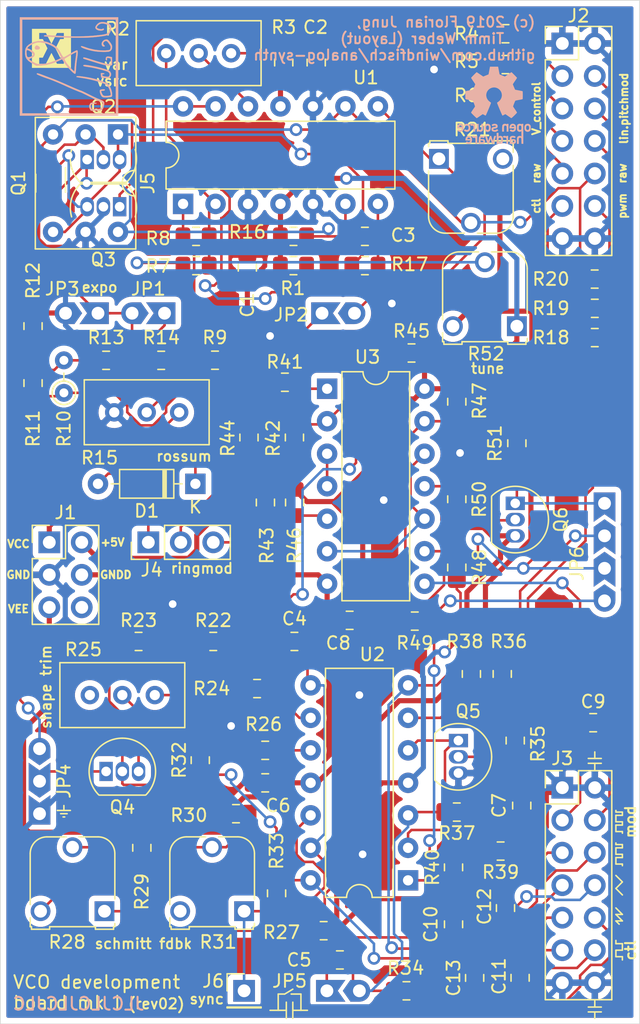
<source format=kicad_pcb>
(kicad_pcb (version 20171130) (host pcbnew 5.1.4)
  (layers (0 F.Cu signal) (31 B.Cu signal) (34 B.Paste user) (35 F.Paste user) (36 B.SilkS user) (37 F.SilkS user) (38 B.Mask user) (39 F.Mask user) (44 Edge.Cuts user))
  (net 0 "")
  (net 1 VCC)
  (net 2 GND)
  (net 3 VEE)
  (net 4 C1)
  (net 5 "Net-(C3-Pad1)")
  (net 6 "Net-(C4-Pad2)")
  (net 7 triangle)
  (net 8 "Net-(C5-Pad1)")
  (net 9 +5V)
  (net 10 GNDD)
  (net 11 "Net-(C9-Pad2)")
  (net 12 rmpulse)
  (net 13 "Net-(C10-Pad2)")
  (net 14 "Net-(C11-Pad2)")
  (net 15 square_ctl)
  (net 16 "Net-(C12-Pad2)")
  (net 17 pulse)
  (net 18 "Net-(C13-Pad2)")
  (net 19 sawtooth)
  (net 20 "Net-(D1-Pad2)")
  (net 21 "Net-(D1-Pad1)")
  (net 22 "Net-(J1-Pad6)")
  (net 23 V_pwm)
  (net 24 ctl_override)
  (net 25 C2)
  (net 26 V_control_raw)
  (net 27 V_lin_pitchmod_3)
  (net 28 V_control_3)
  (net 29 V_lin_pitchmod_2)
  (net 30 V_control_2)
  (net 31 V_lin_pitchmod_1)
  (net 32 V_control)
  (net 33 "Net-(J4-Pad3)")
  (net 34 "Net-(J4-Pad2)")
  (net 35 "Net-(J4-Pad1)")
  (net 36 B1)
  (net 37 E)
  (net 38 "Net-(J6-Pad1)")
  (net 39 "Net-(JP1-Pad1)")
  (net 40 var_vsource)
  (net 41 "Net-(JP4-Pad2)")
  (net 42 "Net-(JP6-Pad4)")
  (net 43 saw_ctl)
  (net 44 "Net-(JP6-Pad1)")
  (net 45 "Net-(Q4-Pad3)")
  (net 46 "Net-(Q5-Pad1)")
  (net 47 "Net-(Q5-Pad2)")
  (net 48 "Net-(Q6-Pad2)")
  (net 49 "Net-(R1-Pad2)")
  (net 50 "Net-(R2-Pad3)")
  (net 51 "Net-(R2-Pad2)")
  (net 52 V_tune)
  (net 53 "Net-(R8-Pad2)")
  (net 54 "Net-(R10-Pad1)")
  (net 55 "Net-(R14-Pad2)")
  (net 56 V_expo)
  (net 57 "Net-(R23-Pad1)")
  (net 58 "Net-(R24-Pad1)")
  (net 59 "Net-(R27-Pad1)")
  (net 60 "Net-(R28-Pad2)")
  (net 61 "Net-(R28-Pad3)")
  (net 62 "Net-(R36-Pad2)")
  (net 63 "Net-(R40-Pad2)")
  (net 64 "Net-(R41-Pad1)")
  (net 65 "Net-(R42-Pad1)")
  (net 66 "Net-(R43-Pad1)")
  (net 67 "Net-(R47-Pad1)")
  (net 68 "Net-(R48-Pad1)")
  (net 69 "Net-(R50-Pad2)")
  (net 70 "Net-(U3-Pad10)")
  (net 71 "Net-(U3-Pad3)")
  (module windfisch:windfisch_paint (layer B.Cu) (at 165.354 65.151 180)
    (fp_text reference Windfisch hide)
    (fp_text value windfisch_paint hide)
  )
  (module footprints:spitfire_logo_small (layer F.Cu) (at 164 63.754)
    (fp_text reference G*** hide)
    (fp_text value LOGO hide)
  )
  (module Symbol:OSHW-Logo_5.7x6mm_SilkScreen (layer B.Cu) (at 198.628 68.199 180)
    (fp_text reference REF** hide)
    (fp_text value OSHW-Logo_5.7x6mm_SilkScreen hide)
  )
  (module Package_DIP:DIP-6_W7.62mm_Socket (layer F.Cu) (at 169.207 70.481 270)
    (fp_text reference J5 (at 3.81 -2.33 270) (layer F.SilkS))
    (fp_text value "BCM847 breakout socket")
    (pad 6 thru_hole oval (at 7.62 0 270) (size 1.6 1.6) (drill 0.8) (layers *.Cu *.Mask) (net 4 C1))
    (pad 3 thru_hole oval (at 0 5.08 270) (size 1.6 1.6) (drill 0.8) (layers *.Cu *.Mask) (net 25 C2))
    (pad 5 thru_hole oval (at 7.62 2.54 270) (size 1.6 1.6) (drill 0.8) (layers *.Cu *.Mask) (net 2 GND))
    (pad 2 thru_hole oval (at 0 2.54 270) (size 1.6 1.6) (drill 0.8) (layers *.Cu *.Mask) (net 36 B1))
    (pad 4 thru_hole oval (at 7.62 5.08 270) (size 1.6 1.6) (drill 0.8) (layers *.Cu *.Mask) (net 37 E))
    (pad 1 thru_hole rect (at 0 0 270) (size 1.6 1.6) (drill 0.8) (layers *.Cu *.Mask) (net 37 E))
  )
  (module footprints:TO-92_Inline_alt (layer F.Cu) (at 166.794 72.4495)
    (fp_text reference Q2 (at 1.27 -4.1235) (layer F.SilkS))
    (fp_text value BC547)
    (pad 2 thru_hole oval (at 1.27 0) (size 1.05 1.5) (drill 0.75) (layers *.Cu *.Mask) (net 36 B1))
    (pad 3 thru_hole oval (at 2.54 0) (size 1.05 1.5) (drill 0.75) (layers *.Cu *.Mask) (net 37 E))
    (pad 1 thru_hole rect (at 0 0) (size 1.05 1.5) (drill 0.75) (layers *.Cu *.Mask) (net 4 C1))
  )
  (module footprints:TO-92_Inline_alt (layer F.Cu) (at 169.334 76.1325 180)
    (fp_text reference Q3 (at 1.27 -4.1315) (layer F.SilkS))
    (fp_text value BC547)
    (pad 2 thru_hole oval (at 1.27 0 180) (size 1.05 1.5) (drill 0.75) (layers *.Cu *.Mask) (net 2 GND))
    (pad 3 thru_hole oval (at 2.54 0 180) (size 1.05 1.5) (drill 0.75) (layers *.Cu *.Mask) (net 37 E))
    (pad 1 thru_hole rect (at 0 0 180) (size 1.05 1.5) (drill 0.75) (layers *.Cu *.Mask) (net 25 C2))
  )
  (module Package_DIP:DIP-14_W7.62mm (layer F.Cu) (at 174.296 75.91 90)
    (fp_text reference U1 (at 9.87 14.299 180) (layer F.SilkS))
    (fp_text value LM324)
    (pad 1 thru_hole rect (at 0 0 90) (size 1.6 1.6) (drill 0.8) (layers *.Cu *.Mask) (net 53 "Net-(R8-Pad2)"))
    (pad 8 thru_hole oval (at 7.62 15.24 90) (size 1.6 1.6) (drill 0.8) (layers *.Cu *.Mask) (net 56 V_expo))
    (pad 2 thru_hole oval (at 0 2.54 90) (size 1.6 1.6) (drill 0.8) (layers *.Cu *.Mask) (net 26 V_control_raw))
    (pad 9 thru_hole oval (at 7.62 12.7 90) (size 1.6 1.6) (drill 0.8) (layers *.Cu *.Mask) (net 25 C2))
    (pad 3 thru_hole oval (at 0 5.08 90) (size 1.6 1.6) (drill 0.8) (layers *.Cu *.Mask) (net 2 GND))
    (pad 10 thru_hole oval (at 7.62 10.16 90) (size 1.6 1.6) (drill 0.8) (layers *.Cu *.Mask) (net 2 GND))
    (pad 4 thru_hole oval (at 0 7.62 90) (size 1.6 1.6) (drill 0.8) (layers *.Cu *.Mask) (net 1 VCC))
    (pad 11 thru_hole oval (at 7.62 7.62 90) (size 1.6 1.6) (drill 0.8) (layers *.Cu *.Mask) (net 3 VEE))
    (pad 5 thru_hole oval (at 0 10.16 90) (size 1.6 1.6) (drill 0.8) (layers *.Cu *.Mask) (net 2 GND))
    (pad 12 thru_hole oval (at 7.62 5.08 90) (size 1.6 1.6) (drill 0.8) (layers *.Cu *.Mask) (net 51 "Net-(R2-Pad2)"))
    (pad 6 thru_hole oval (at 0 12.7 90) (size 1.6 1.6) (drill 0.8) (layers *.Cu *.Mask) (net 4 C1))
    (pad 13 thru_hole oval (at 7.62 2.54 90) (size 1.6 1.6) (drill 0.8) (layers *.Cu *.Mask) (net 40 var_vsource))
    (pad 7 thru_hole oval (at 0 15.24 90) (size 1.6 1.6) (drill 0.8) (layers *.Cu *.Mask) (net 5 "Net-(C3-Pad1)"))
    (pad 14 thru_hole oval (at 7.62 0 90) (size 1.6 1.6) (drill 0.8) (layers *.Cu *.Mask) (net 40 var_vsource))
  )
  (module Connector_PinHeader_2.54mm:PinHeader_2x07_P2.54mm_Vertical (layer F.Cu) (at 203.962 121.539)
    (fp_text reference J3 (at 0 -2.286) (layer F.SilkS))
    (fp_text value "signal out")
    (pad 14 thru_hole oval (at 2.54 15.24) (size 1.7 1.7) (drill 1) (layers *.Cu *.Mask) (net 2 GND))
    (pad 13 thru_hole oval (at 0 15.24) (size 1.7 1.7) (drill 1) (layers *.Cu *.Mask) (net 2 GND))
    (pad 12 thru_hole oval (at 2.54 12.7) (size 1.7 1.7) (drill 1) (layers *.Cu *.Mask) (net 14 "Net-(C11-Pad2)"))
    (pad 11 thru_hole oval (at 0 12.7) (size 1.7 1.7) (drill 1) (layers *.Cu *.Mask) (net 15 square_ctl))
    (pad 10 thru_hole oval (at 2.54 10.16) (size 1.7 1.7) (drill 1) (layers *.Cu *.Mask) (net 18 "Net-(C13-Pad2)"))
    (pad 9 thru_hole oval (at 0 10.16) (size 1.7 1.7) (drill 1) (layers *.Cu *.Mask) (net 19 sawtooth))
    (pad 8 thru_hole oval (at 2.54 7.62) (size 1.7 1.7) (drill 1) (layers *.Cu *.Mask) (net 13 "Net-(C10-Pad2)"))
    (pad 7 thru_hole oval (at 0 7.62) (size 1.7 1.7) (drill 1) (layers *.Cu *.Mask) (net 7 triangle))
    (pad 6 thru_hole oval (at 2.54 5.08) (size 1.7 1.7) (drill 1) (layers *.Cu *.Mask) (net 16 "Net-(C12-Pad2)"))
    (pad 5 thru_hole oval (at 0 5.08) (size 1.7 1.7) (drill 1) (layers *.Cu *.Mask) (net 17 pulse))
    (pad 4 thru_hole oval (at 2.54 2.54) (size 1.7 1.7) (drill 1) (layers *.Cu *.Mask) (net 11 "Net-(C9-Pad2)"))
    (pad 3 thru_hole oval (at 0 2.54) (size 1.7 1.7) (drill 1) (layers *.Cu *.Mask) (net 12 rmpulse))
    (pad 2 thru_hole oval (at 2.54 0) (size 1.7 1.7) (drill 1) (layers *.Cu *.Mask) (net 2 GND))
    (pad 1 thru_hole rect (at 0 0) (size 1.7 1.7) (drill 1) (layers *.Cu *.Mask) (net 2 GND))
  )
  (module Potentiometer_THT:Potentiometer_Bourns_3296W_Vertical (layer F.Cu) (at 172.084 114.3)
    (fp_text reference R25 (at -5.588 -3.556) (layer F.SilkS))
    (fp_text value 10k)
    (pad 3 thru_hole circle (at -5.08 0) (size 1.44 1.44) (drill 0.8) (layers *.Cu *.Mask))
    (pad 2 thru_hole circle (at -2.54 0) (size 1.44 1.44) (drill 0.8) (layers *.Cu *.Mask) (net 45 "Net-(Q4-Pad3)"))
    (pad 1 thru_hole circle (at 0 0) (size 1.44 1.44) (drill 0.8) (layers *.Cu *.Mask) (net 58 "Net-(R24-Pad1)"))
  )
  (module Package_DIP:DIP-14_W7.62mm (layer F.Cu) (at 185.563 90.358)
    (fp_text reference U3 (at 3.159 -2.474) (layer F.SilkS))
    (fp_text value 74HC86)
    (pad 1 thru_hole rect (at 0 0) (size 1.6 1.6) (drill 0.8) (layers *.Cu *.Mask) (net 64 "Net-(R41-Pad1)"))
    (pad 8 thru_hole oval (at 7.62 15.24) (size 1.6 1.6) (drill 0.8) (layers *.Cu *.Mask) (net 12 rmpulse))
    (pad 2 thru_hole oval (at 0 2.54) (size 1.6 1.6) (drill 0.8) (layers *.Cu *.Mask) (net 65 "Net-(R42-Pad1)"))
    (pad 9 thru_hole oval (at 7.62 12.7) (size 1.6 1.6) (drill 0.8) (layers *.Cu *.Mask) (net 68 "Net-(R48-Pad1)"))
    (pad 3 thru_hole oval (at 0 5.08) (size 1.6 1.6) (drill 0.8) (layers *.Cu *.Mask) (net 71 "Net-(U3-Pad3)"))
    (pad 10 thru_hole oval (at 7.62 10.16) (size 1.6 1.6) (drill 0.8) (layers *.Cu *.Mask) (net 70 "Net-(U3-Pad10)"))
    (pad 4 thru_hole oval (at 0 7.62) (size 1.6 1.6) (drill 0.8) (layers *.Cu *.Mask) (net 71 "Net-(U3-Pad3)"))
    (pad 11 thru_hole oval (at 7.62 7.62) (size 1.6 1.6) (drill 0.8) (layers *.Cu *.Mask) (net 69 "Net-(R50-Pad2)"))
    (pad 5 thru_hole oval (at 0 10.16) (size 1.6 1.6) (drill 0.8) (layers *.Cu *.Mask) (net 66 "Net-(R43-Pad1)"))
    (pad 12 thru_hole oval (at 7.62 5.08) (size 1.6 1.6) (drill 0.8) (layers *.Cu *.Mask) (net 70 "Net-(U3-Pad10)"))
    (pad 6 thru_hole oval (at 0 12.7) (size 1.6 1.6) (drill 0.8) (layers *.Cu *.Mask) (net 70 "Net-(U3-Pad10)"))
    (pad 13 thru_hole oval (at 7.62 2.54) (size 1.6 1.6) (drill 0.8) (layers *.Cu *.Mask) (net 67 "Net-(R47-Pad1)"))
    (pad 7 thru_hole oval (at 0 15.24) (size 1.6 1.6) (drill 0.8) (layers *.Cu *.Mask) (net 10 GNDD))
    (pad 14 thru_hole oval (at 7.62 0) (size 1.6 1.6) (drill 0.8) (layers *.Cu *.Mask) (net 9 +5V))
  )
  (module Package_DIP:DIP-14_W7.62mm (layer F.Cu) (at 191.896 128.78 180)
    (fp_text reference U2 (at 2.793 17.655) (layer F.SilkS))
    (fp_text value LM324)
    (pad 1 thru_hole rect (at 0 0 180) (size 1.6 1.6) (drill 0.8) (layers *.Cu *.Mask) (net 63 "Net-(R40-Pad2)"))
    (pad 8 thru_hole oval (at 7.62 15.24 180) (size 1.6 1.6) (drill 0.8) (layers *.Cu *.Mask) (net 7 triangle))
    (pad 2 thru_hole oval (at 0 2.54 180) (size 1.6 1.6) (drill 0.8) (layers *.Cu *.Mask) (net 23 V_pwm))
    (pad 9 thru_hole oval (at 7.62 12.7 180) (size 1.6 1.6) (drill 0.8) (layers *.Cu *.Mask) (net 6 "Net-(C4-Pad2)"))
    (pad 3 thru_hole oval (at 0 5.08 180) (size 1.6 1.6) (drill 0.8) (layers *.Cu *.Mask) (net 8 "Net-(C5-Pad1)"))
    (pad 10 thru_hole oval (at 7.62 10.16 180) (size 1.6 1.6) (drill 0.8) (layers *.Cu *.Mask) (net 57 "Net-(R23-Pad1)"))
    (pad 4 thru_hole oval (at 0 7.62 180) (size 1.6 1.6) (drill 0.8) (layers *.Cu *.Mask) (net 1 VCC))
    (pad 11 thru_hole oval (at 7.62 7.62 180) (size 1.6 1.6) (drill 0.8) (layers *.Cu *.Mask) (net 3 VEE))
    (pad 5 thru_hole oval (at 0 10.16 180) (size 1.6 1.6) (drill 0.8) (layers *.Cu *.Mask) (net 46 "Net-(Q5-Pad1)"))
    (pad 12 thru_hole oval (at 7.62 5.08 180) (size 1.6 1.6) (drill 0.8) (layers *.Cu *.Mask) (net 38 "Net-(J6-Pad1)"))
    (pad 6 thru_hole oval (at 0 12.7 180) (size 1.6 1.6) (drill 0.8) (layers *.Cu *.Mask) (net 62 "Net-(R36-Pad2)"))
    (pad 13 thru_hole oval (at 7.62 2.54 180) (size 1.6 1.6) (drill 0.8) (layers *.Cu *.Mask) (net 7 triangle))
    (pad 7 thru_hole oval (at 0 15.24 180) (size 1.6 1.6) (drill 0.8) (layers *.Cu *.Mask) (net 19 sawtooth))
    (pad 14 thru_hole oval (at 7.62 0 180) (size 1.6 1.6) (drill 0.8) (layers *.Cu *.Mask) (net 15 square_ctl))
  )
  (module Potentiometer_THT:Potentiometer_Runtron_RM-065_Vertical (layer F.Cu) (at 200.406 85.471 180)
    (fp_text reference R52 (at 2.413 -2.159) (layer F.SilkS))
    (fp_text value 1k)
    (pad 3 thru_hole circle (at 5 0 180) (size 1.55 1.55) (drill 1) (layers *.Cu *.Mask) (net 3 VEE))
    (pad 1 thru_hole rect (at 0 0 180) (size 1.55 1.55) (drill 1) (layers *.Cu *.Mask) (net 1 VCC))
    (pad 2 thru_hole circle (at 2.5 5 180) (size 1.55 1.55) (drill 1) (layers *.Cu *.Mask) (net 52 V_tune))
  )
  (module Resistor_SMD:R_0805_2012Metric_Pad1.15x1.40mm_HandSolder (layer F.Cu) (at 200.406 94.615 270)
    (fp_text reference R51 (at 0.016 1.712 90) (layer F.SilkS))
    (fp_text value 10k)
    (pad 1 smd roundrect (at -1.025 0 270) (size 1.15 1.4) (layers F.Cu F.Paste F.Mask) (roundrect_rratio 0.217391) (net 3 VEE))
    (pad 2 smd roundrect (at 1.025 0 270) (size 1.15 1.4) (layers F.Cu F.Paste F.Mask) (roundrect_rratio 0.217391) (net 44 "Net-(JP6-Pad1)"))
  )
  (module Resistor_SMD:R_0805_2012Metric_Pad1.15x1.40mm_HandSolder (layer F.Cu) (at 195.707 98.994 90)
    (fp_text reference R50 (at 0 1.762 90) (layer F.SilkS))
    (fp_text value 10k)
    (pad 1 smd roundrect (at -1.025 0 90) (size 1.15 1.4) (layers F.Cu F.Paste F.Mask) (roundrect_rratio 0.217391) (net 48 "Net-(Q6-Pad2)"))
    (pad 2 smd roundrect (at 1.025 0 90) (size 1.15 1.4) (layers F.Cu F.Paste F.Mask) (roundrect_rratio 0.217391) (net 69 "Net-(R50-Pad2)"))
  )
  (module Resistor_SMD:R_0805_2012Metric_Pad1.15x1.40mm_HandSolder (layer F.Cu) (at 192.421 108.519 180)
    (fp_text reference R49 (at 0 -1.717) (layer F.SilkS))
    (fp_text value 10k)
    (pad 1 smd roundrect (at -1.025 0 180) (size 1.15 1.4) (layers F.Cu F.Paste F.Mask) (roundrect_rratio 0.217391) (net 42 "Net-(JP6-Pad4)"))
    (pad 2 smd roundrect (at 1.025 0 180) (size 1.15 1.4) (layers F.Cu F.Paste F.Mask) (roundrect_rratio 0.217391) (net 67 "Net-(R47-Pad1)"))
  )
  (module Resistor_SMD:R_0805_2012Metric_Pad1.15x1.40mm_HandSolder (layer F.Cu) (at 195.707 104.328 270)
    (fp_text reference R48 (at 0 -1.778 90) (layer F.SilkS))
    (fp_text value 10k)
    (pad 1 smd roundrect (at -1.025 0 270) (size 1.15 1.4) (layers F.Cu F.Paste F.Mask) (roundrect_rratio 0.217391) (net 68 "Net-(R48-Pad1)"))
    (pad 2 smd roundrect (at 1.025 0 270) (size 1.15 1.4) (layers F.Cu F.Paste F.Mask) (roundrect_rratio 0.217391) (net 63 "Net-(R40-Pad2)"))
  )
  (module Resistor_SMD:R_0805_2012Metric_Pad1.15x1.40mm_HandSolder (layer F.Cu) (at 195.707 91.374 90)
    (fp_text reference R47 (at 0.061 1.778 90) (layer F.SilkS))
    (fp_text value 100k)
    (pad 1 smd roundrect (at -1.025 0 90) (size 1.15 1.4) (layers F.Cu F.Paste F.Mask) (roundrect_rratio 0.217391) (net 67 "Net-(R47-Pad1)"))
    (pad 2 smd roundrect (at 1.025 0 90) (size 1.15 1.4) (layers F.Cu F.Paste F.Mask) (roundrect_rratio 0.217391) (net 9 +5V))
  )
  (module Resistor_SMD:R_0805_2012Metric_Pad1.15x1.40mm_HandSolder (layer F.Cu) (at 183.023 99.248 90)
    (fp_text reference R46 (at -3.368 -0.016 90) (layer F.SilkS))
    (fp_text value 100k)
    (pad 1 smd roundrect (at -1.025 0 90) (size 1.15 1.4) (layers F.Cu F.Paste F.Mask) (roundrect_rratio 0.217391) (net 66 "Net-(R43-Pad1)"))
    (pad 2 smd roundrect (at 1.025 0 90) (size 1.15 1.4) (layers F.Cu F.Paste F.Mask) (roundrect_rratio 0.217391) (net 9 +5V))
  )
  (module Resistor_SMD:R_0805_2012Metric_Pad1.15x1.40mm_HandSolder (layer F.Cu) (at 192.167 87.564)
    (fp_text reference R45 (at 0 -1.712) (layer F.SilkS))
    (fp_text value 100k)
    (pad 2 smd roundrect (at 1.025 0) (size 1.15 1.4) (layers F.Cu F.Paste F.Mask) (roundrect_rratio 0.217391) (net 9 +5V))
    (pad 1 smd roundrect (at -1.025 0) (size 1.15 1.4) (layers F.Cu F.Paste F.Mask) (roundrect_rratio 0.217391) (net 65 "Net-(R42-Pad1)"))
  )
  (module Resistor_SMD:R_0805_2012Metric_Pad1.15x1.40mm_HandSolder (layer F.Cu) (at 179.451 94.168 270)
    (fp_text reference R44 (at 0.066 1.651 270) (layer F.SilkS))
    (fp_text value 100k)
    (pad 1 smd roundrect (at -1.025 0 270) (size 1.15 1.4) (layers F.Cu F.Paste F.Mask) (roundrect_rratio 0.217391) (net 64 "Net-(R41-Pad1)"))
    (pad 2 smd roundrect (at 1.025 0 270) (size 1.15 1.4) (layers F.Cu F.Paste F.Mask) (roundrect_rratio 0.217391) (net 9 +5V))
  )
  (module Resistor_SMD:R_0805_2012Metric_Pad1.15x1.40mm_HandSolder (layer F.Cu) (at 180.737 99.248 270)
    (fp_text reference R43 (at 3.368 -0.111 90) (layer F.SilkS))
    (fp_text value 10k)
    (pad 1 smd roundrect (at -1.025 0 270) (size 1.15 1.4) (layers F.Cu F.Paste F.Mask) (roundrect_rratio 0.217391) (net 66 "Net-(R43-Pad1)"))
    (pad 2 smd roundrect (at 1.025 0 270) (size 1.15 1.4) (layers F.Cu F.Paste F.Mask) (roundrect_rratio 0.217391) (net 33 "Net-(J4-Pad3)"))
  )
  (module Resistor_SMD:R_0805_2012Metric_Pad1.15x1.40mm_HandSolder (layer F.Cu) (at 183.007 94.168 270)
    (fp_text reference R42 (at 0.066 1.667 270) (layer F.SilkS))
    (fp_text value 10k)
    (pad 1 smd roundrect (at -1.025 0 270) (size 1.15 1.4) (layers F.Cu F.Paste F.Mask) (roundrect_rratio 0.217391) (net 65 "Net-(R42-Pad1)"))
    (pad 2 smd roundrect (at 1.025 0 270) (size 1.15 1.4) (layers F.Cu F.Paste F.Mask) (roundrect_rratio 0.217391) (net 34 "Net-(J4-Pad2)"))
  )
  (module Resistor_SMD:R_0805_2012Metric_Pad1.15x1.40mm_HandSolder (layer F.Cu) (at 182.261 89.85 180)
    (fp_text reference R41 (at 0 1.585) (layer F.SilkS))
    (fp_text value 10k)
    (pad 1 smd roundrect (at -1.025 0 180) (size 1.15 1.4) (layers F.Cu F.Paste F.Mask) (roundrect_rratio 0.217391) (net 64 "Net-(R41-Pad1)"))
    (pad 2 smd roundrect (at 1.025 0 180) (size 1.15 1.4) (layers F.Cu F.Paste F.Mask) (roundrect_rratio 0.217391) (net 35 "Net-(J4-Pad1)"))
  )
  (module Resistor_SMD:R_0805_2012Metric_Pad1.15x1.40mm_HandSolder (layer F.Cu) (at 195.452 127.764 270)
    (fp_text reference R40 (at -0.002 1.65 270) (layer F.SilkS))
    (fp_text value 2.2k)
    (pad 2 smd roundrect (at 1.025 0 270) (size 1.15 1.4) (layers F.Cu F.Paste F.Mask) (roundrect_rratio 0.217391) (net 63 "Net-(R40-Pad2)"))
    (pad 1 smd roundrect (at -1.025 0 270) (size 1.15 1.4) (layers F.Cu F.Paste F.Mask) (roundrect_rratio 0.217391) (net 17 pulse))
  )
  (module Resistor_SMD:R_0805_2012Metric_Pad1.15x1.40mm_HandSolder (layer F.Cu) (at 199.136 126.492 180)
    (fp_text reference R39 (at 0 -1.65) (layer F.SilkS))
    (fp_text value 1k)
    (pad 2 smd roundrect (at 1.025 0 180) (size 1.15 1.4) (layers F.Cu F.Paste F.Mask) (roundrect_rratio 0.217391) (net 17 pulse))
    (pad 1 smd roundrect (at -1.025 0 180) (size 1.15 1.4) (layers F.Cu F.Paste F.Mask) (roundrect_rratio 0.217391) (net 2 GND))
  )
  (module Resistor_SMD:R_0805_2012Metric_Pad1.15x1.40mm_HandSolder (layer F.Cu) (at 196.849 112.651 90)
    (fp_text reference R38 (at 2.54 -0.508 180) (layer F.SilkS))
    (fp_text value 100k)
    (pad 2 smd roundrect (at 1.025 0 90) (size 1.15 1.4) (layers F.Cu F.Paste F.Mask) (roundrect_rratio 0.217391) (net 19 sawtooth))
    (pad 1 smd roundrect (at -1.025 0 90) (size 1.15 1.4) (layers F.Cu F.Paste F.Mask) (roundrect_rratio 0.217391) (net 62 "Net-(R36-Pad2)"))
  )
  (module Resistor_SMD:R_0805_2012Metric_Pad1.15x1.40mm_HandSolder (layer F.Cu) (at 195.707 123.444 180)
    (fp_text reference R37 (at 0 -1.65) (layer F.SilkS))
    (fp_text value 100k)
    (pad 2 smd roundrect (at 1.025 0 180) (size 1.15 1.4) (layers F.Cu F.Paste F.Mask) (roundrect_rratio 0.217391) (net 8 "Net-(C5-Pad1)"))
    (pad 1 smd roundrect (at -1.025 0 180) (size 1.15 1.4) (layers F.Cu F.Paste F.Mask) (roundrect_rratio 0.217391) (net 46 "Net-(Q5-Pad1)"))
  )
  (module Resistor_SMD:R_0805_2012Metric_Pad1.15x1.40mm_HandSolder (layer F.Cu) (at 199.263 112.649 270)
    (fp_text reference R36 (at -2.54 -0.508 180) (layer F.SilkS))
    (fp_text value 100k)
    (pad 2 smd roundrect (at 1.025 0 270) (size 1.15 1.4) (layers F.Cu F.Paste F.Mask) (roundrect_rratio 0.217391) (net 62 "Net-(R36-Pad2)"))
    (pad 1 smd roundrect (at -1.025 0 270) (size 1.15 1.4) (layers F.Cu F.Paste F.Mask) (roundrect_rratio 0.217391) (net 8 "Net-(C5-Pad1)"))
  )
  (module Resistor_SMD:R_0805_2012Metric_Pad1.15x1.40mm_HandSolder (layer F.Cu) (at 200.278 117.856 90)
    (fp_text reference R35 (at -0.254 1.778 90) (layer F.SilkS))
    (fp_text value 10k)
    (pad 1 smd roundrect (at -1.025 0 90) (size 1.15 1.4) (layers F.Cu F.Paste F.Mask) (roundrect_rratio 0.217391) (net 47 "Net-(Q5-Pad2)"))
    (pad 2 smd roundrect (at 1.025 0 90) (size 1.15 1.4) (layers F.Cu F.Paste F.Mask) (roundrect_rratio 0.217391) (net 43 saw_ctl))
  )
  (module Resistor_SMD:R_0805_2012Metric_Pad1.15x1.40mm_HandSolder (layer F.Cu) (at 191.77 137.414)
    (fp_text reference R34 (at -0.066 -1.778) (layer F.SilkS))
    (fp_text value none)
    (pad 2 smd roundrect (at 1.025 0) (size 1.15 1.4) (layers F.Cu F.Paste F.Mask) (roundrect_rratio 0.217391) (net 2 GND))
    (pad 1 smd roundrect (at -1.025 0) (size 1.15 1.4) (layers F.Cu F.Paste F.Mask) (roundrect_rratio 0.217391) (net 8 "Net-(C5-Pad1)"))
  )
  (module Resistor_SMD:R_0805_2012Metric_Pad1.15x1.40mm_HandSolder (layer F.Cu) (at 181.61 129.794 90)
    (fp_text reference R33 (at 3.302 0 270) (layer F.SilkS))
    (fp_text value 100k)
    (pad 2 smd roundrect (at 1.025 0 90) (size 1.15 1.4) (layers F.Cu F.Paste F.Mask) (roundrect_rratio 0.217391) (net 15 square_ctl))
    (pad 1 smd roundrect (at -1.025 0 90) (size 1.15 1.4) (layers F.Cu F.Paste F.Mask) (roundrect_rratio 0.217391) (net 38 "Net-(J6-Pad1)"))
  )
  (module Resistor_SMD:R_0805_2012Metric_Pad1.15x1.40mm_HandSolder (layer F.Cu) (at 175.641 119.389 270)
    (fp_text reference R32 (at -0.009 1.651 90) (layer F.SilkS))
    (fp_text value 10k)
    (pad 2 smd roundrect (at 1.025 0 270) (size 1.15 1.4) (layers F.Cu F.Paste F.Mask) (roundrect_rratio 0.217391) (net 15 square_ctl))
    (pad 1 smd roundrect (at -1.025 0 270) (size 1.15 1.4) (layers F.Cu F.Paste F.Mask) (roundrect_rratio 0.217391) (net 24 ctl_override))
  )
  (module Potentiometer_THT:Potentiometer_Runtron_RM-065_Vertical (layer F.Cu) (at 179.07 131.191 180)
    (fp_text reference R31 (at 2.032 -2.411) (layer F.SilkS))
    (fp_text value 1Meg)
    (pad 2 thru_hole circle (at 2.5 5 180) (size 1.55 1.55) (drill 1) (layers *.Cu *.Mask) (net 60 "Net-(R28-Pad2)"))
    (pad 1 thru_hole rect (at 0 0 180) (size 1.55 1.55) (drill 1) (layers *.Cu *.Mask) (net 38 "Net-(J6-Pad1)"))
    (pad 3 thru_hole circle (at 5 0 180) (size 1.55 1.55) (drill 1) (layers *.Cu *.Mask))
  )
  (module Resistor_SMD:R_0805_2012Metric_Pad1.15x1.40mm_HandSolder (layer F.Cu) (at 178.435 123.571)
    (fp_text reference R30 (at -3.682 0.125) (layer F.SilkS))
    (fp_text value none)
    (pad 2 smd roundrect (at 1.025 0) (size 1.15 1.4) (layers F.Cu F.Paste F.Mask) (roundrect_rratio 0.217391) (net 60 "Net-(R28-Pad2)"))
    (pad 1 smd roundrect (at -1.025 0) (size 1.15 1.4) (layers F.Cu F.Paste F.Mask) (roundrect_rratio 0.217391) (net 2 GND))
  )
  (module Resistor_SMD:R_0805_2012Metric_Pad1.15x1.40mm_HandSolder (layer F.Cu) (at 171.069 126.238 270)
    (fp_text reference R29 (at 3.429 0 90) (layer F.SilkS))
    (fp_text value 10k)
    (pad 2 smd roundrect (at 1.025 0 270) (size 1.15 1.4) (layers F.Cu F.Paste F.Mask) (roundrect_rratio 0.217391) (net 61 "Net-(R28-Pad3)"))
    (pad 1 smd roundrect (at -1.025 0 270) (size 1.15 1.4) (layers F.Cu F.Paste F.Mask) (roundrect_rratio 0.217391) (net 3 VEE))
  )
  (module Potentiometer_THT:Potentiometer_Runtron_RM-065_Vertical (layer F.Cu) (at 168.148 131.193 180)
    (fp_text reference R28 (at 2.921 -2.411) (layer F.SilkS))
    (fp_text value 20k)
    (pad 2 thru_hole circle (at 2.5 5 180) (size 1.55 1.55) (drill 1) (layers *.Cu *.Mask) (net 60 "Net-(R28-Pad2)"))
    (pad 1 thru_hole rect (at 0 0 180) (size 1.55 1.55) (drill 1) (layers *.Cu *.Mask) (net 59 "Net-(R27-Pad1)"))
    (pad 3 thru_hole circle (at 5 0 180) (size 1.55 1.55) (drill 1) (layers *.Cu *.Mask) (net 61 "Net-(R28-Pad3)"))
  )
  (module Resistor_SMD:R_0805_2012Metric_Pad1.15x1.40mm_HandSolder (layer F.Cu) (at 185.293 132.715)
    (fp_text reference R27 (at -3.302 0.127) (layer F.SilkS))
    (fp_text value 10k)
    (pad 2 smd roundrect (at 1.025 0) (size 1.15 1.4) (layers F.Cu F.Paste F.Mask) (roundrect_rratio 0.217391) (net 1 VCC))
    (pad 1 smd roundrect (at -1.025 0) (size 1.15 1.4) (layers F.Cu F.Paste F.Mask) (roundrect_rratio 0.217391) (net 59 "Net-(R27-Pad1)"))
  )
  (module Resistor_SMD:R_0805_2012Metric_Pad1.15x1.40mm_HandSolder (layer F.Cu) (at 180.72 118.62)
    (fp_text reference R26 (at -0.126 -2.034) (layer F.SilkS))
    (fp_text value 47k)
    (pad 2 smd roundrect (at 1.025 0) (size 1.15 1.4) (layers F.Cu F.Paste F.Mask) (roundrect_rratio 0.217391) (net 57 "Net-(R23-Pad1)"))
    (pad 1 smd roundrect (at -1.025 0) (size 1.15 1.4) (layers F.Cu F.Paste F.Mask) (roundrect_rratio 0.217391) (net 2 GND))
  )
  (module Resistor_SMD:R_0805_2012Metric_Pad1.15x1.40mm_HandSolder (layer F.Cu) (at 180.086 113.792)
    (fp_text reference R24 (at -3.556 0) (layer F.SilkS))
    (fp_text value 47k)
    (pad 2 smd roundrect (at 1.025 0) (size 1.15 1.4) (layers F.Cu F.Paste F.Mask) (roundrect_rratio 0.217391) (net 6 "Net-(C4-Pad2)"))
    (pad 1 smd roundrect (at -1.025 0) (size 1.15 1.4) (layers F.Cu F.Paste F.Mask) (roundrect_rratio 0.217391) (net 58 "Net-(R24-Pad1)"))
  )
  (module Resistor_SMD:R_0805_2012Metric_Pad1.15x1.40mm_HandSolder (layer F.Cu) (at 170.815 110.109)
    (fp_text reference R23 (at 0 -1.65) (layer F.SilkS))
    (fp_text value 47k)
    (pad 2 smd roundrect (at 1.025 0) (size 1.15 1.4) (layers F.Cu F.Paste F.Mask) (roundrect_rratio 0.217391) (net 56 V_expo))
    (pad 1 smd roundrect (at -1.025 0) (size 1.15 1.4) (layers F.Cu F.Paste F.Mask) (roundrect_rratio 0.217391) (net 57 "Net-(R23-Pad1)"))
  )
  (module Resistor_SMD:R_0805_2012Metric_Pad1.15x1.40mm_HandSolder (layer F.Cu) (at 176.657 110.109)
    (fp_text reference R22 (at 0 -1.65) (layer F.SilkS))
    (fp_text value 100k)
    (pad 2 smd roundrect (at 1.025 0) (size 1.15 1.4) (layers F.Cu F.Paste F.Mask) (roundrect_rratio 0.217391) (net 6 "Net-(C4-Pad2)"))
    (pad 1 smd roundrect (at -1.025 0) (size 1.15 1.4) (layers F.Cu F.Paste F.Mask) (roundrect_rratio 0.217391) (net 56 V_expo))
  )
  (module Potentiometer_THT:Potentiometer_Runtron_RM-065_Vertical (layer F.Cu) (at 194.31 72.39)
    (fp_text reference R21 (at 2.6 -2.286) (layer F.SilkS))
    (fp_text value 50k)
    (pad 2 thru_hole circle (at 2.5 5) (size 1.55 1.55) (drill 1) (layers *.Cu *.Mask) (net 25 C2))
    (pad 1 thru_hole rect (at 0 0) (size 1.55 1.55) (drill 1) (layers *.Cu *.Mask) (net 56 V_expo))
    (pad 3 thru_hole circle (at 5 0) (size 1.55 1.55) (drill 1) (layers *.Cu *.Mask))
  )
  (module Resistor_SMD:R_0805_2012Metric_Pad1.15x1.40mm_HandSolder (layer F.Cu) (at 206.493 81.788 180)
    (fp_text reference R20 (at 3.42 0) (layer F.SilkS))
    (fp_text value TODO)
    (pad 1 smd roundrect (at -1.025 0 180) (size 1.15 1.4) (layers F.Cu F.Paste F.Mask) (roundrect_rratio 0.217391) (net 27 V_lin_pitchmod_3))
    (pad 2 smd roundrect (at 1.025 0 180) (size 1.15 1.4) (layers F.Cu F.Paste F.Mask) (roundrect_rratio 0.217391) (net 25 C2))
  )
  (module Resistor_SMD:R_0805_2012Metric_Pad1.15x1.40mm_HandSolder (layer F.Cu) (at 206.502 84.074 180)
    (fp_text reference R19 (at 3.429 0) (layer F.SilkS))
    (fp_text value TODO)
    (pad 2 smd roundrect (at 1.025 0 180) (size 1.15 1.4) (layers F.Cu F.Paste F.Mask) (roundrect_rratio 0.217391) (net 25 C2))
    (pad 1 smd roundrect (at -1.025 0 180) (size 1.15 1.4) (layers F.Cu F.Paste F.Mask) (roundrect_rratio 0.217391) (net 29 V_lin_pitchmod_2))
  )
  (module Resistor_SMD:R_0805_2012Metric_Pad1.15x1.40mm_HandSolder (layer F.Cu) (at 206.502 86.36 180)
    (fp_text reference R18 (at 3.42 0) (layer F.SilkS))
    (fp_text value TODO)
    (pad 1 smd roundrect (at -1.025 0 180) (size 1.15 1.4) (layers F.Cu F.Paste F.Mask) (roundrect_rratio 0.217391) (net 31 V_lin_pitchmod_1))
    (pad 2 smd roundrect (at 1.025 0 180) (size 1.15 1.4) (layers F.Cu F.Paste F.Mask) (roundrect_rratio 0.217391) (net 25 C2))
  )
  (module Resistor_SMD:R_0805_2012Metric_Pad1.15x1.40mm_HandSolder (layer F.Cu) (at 188.52 80.736)
    (fp_text reference R17 (at 3.504 -0.091) (layer F.SilkS))
    (fp_text value 1k)
    (pad 1 smd roundrect (at -1.025 0) (size 1.15 1.4) (layers F.Cu F.Paste F.Mask) (roundrect_rratio 0.217391) (net 37 E))
    (pad 2 smd roundrect (at 1.025 0) (size 1.15 1.4) (layers F.Cu F.Paste F.Mask) (roundrect_rratio 0.217391) (net 5 "Net-(C3-Pad1)"))
  )
  (module Resistor_SMD:R_0805_2012Metric_Pad1.15x1.40mm_HandSolder (layer F.Cu) (at 182.932 78.45)
    (fp_text reference R16 (at -3.608 -0.345) (layer F.SilkS))
    (fp_text value 100k)
    (pad 1 smd roundrect (at -1.025 0) (size 1.15 1.4) (layers F.Cu F.Paste F.Mask) (roundrect_rratio 0.217391) (net 1 VCC))
    (pad 2 smd roundrect (at 1.025 0) (size 1.15 1.4) (layers F.Cu F.Paste F.Mask) (roundrect_rratio 0.217391) (net 4 C1))
  )
  (module Potentiometer_THT:Potentiometer_Bourns_3296W_Vertical (layer F.Cu) (at 168.91 92.202 180)
    (fp_text reference R15 (at 1.143 -3.556) (layer F.SilkS))
    (fp_text value 1k)
    (pad 3 thru_hole circle (at -5.08 0 180) (size 1.44 1.44) (drill 0.8) (layers *.Cu *.Mask) (net 20 "Net-(D1-Pad2)"))
    (pad 2 thru_hole circle (at -2.54 0 180) (size 1.44 1.44) (drill 0.8) (layers *.Cu *.Mask) (net 55 "Net-(R14-Pad2)"))
    (pad 1 thru_hole circle (at 0 0 180) (size 1.44 1.44) (drill 0.8) (layers *.Cu *.Mask) (net 2 GND))
  )
  (module Resistor_SMD:R_0805_2012Metric_Pad1.15x1.40mm_HandSolder (layer F.Cu) (at 172.584 88.138)
    (fp_text reference R14 (at 0.009 -1.778) (layer F.SilkS))
    (fp_text value 100k)
    (pad 2 smd roundrect (at 1.025 0) (size 1.15 1.4) (layers F.Cu F.Paste F.Mask) (roundrect_rratio 0.217391) (net 55 "Net-(R14-Pad2)"))
    (pad 1 smd roundrect (at -1.025 0) (size 1.15 1.4) (layers F.Cu F.Paste F.Mask) (roundrect_rratio 0.217391) (net 36 B1))
  )
  (module Resistor_SMD:R_0805_2012Metric_Pad1.15x1.40mm_HandSolder (layer F.Cu) (at 168.275 88.138 180)
    (fp_text reference R13 (at 0 1.778) (layer F.SilkS))
    (fp_text value 4.7k)
    (pad 2 smd roundrect (at 1.025 0 180) (size 1.15 1.4) (layers F.Cu F.Paste F.Mask) (roundrect_rratio 0.217391) (net 39 "Net-(JP1-Pad1)"))
    (pad 1 smd roundrect (at -1.025 0 180) (size 1.15 1.4) (layers F.Cu F.Paste F.Mask) (roundrect_rratio 0.217391) (net 36 B1))
  )
  (module Resistor_SMD:R_0805_2012Metric_Pad1.15x1.40mm_HandSolder (layer F.Cu) (at 162.56 85.462 90)
    (fp_text reference R12 (at 3.556 0 90) (layer F.SilkS))
    (fp_text value 2.2k)
    (pad 1 smd roundrect (at -1.025 0 90) (size 1.15 1.4) (layers F.Cu F.Paste F.Mask) (roundrect_rratio 0.217391) (net 39 "Net-(JP1-Pad1)"))
    (pad 2 smd roundrect (at 1.025 0 90) (size 1.15 1.4) (layers F.Cu F.Paste F.Mask) (roundrect_rratio 0.217391) (net 2 GND))
  )
  (module Resistor_SMD:R_0805_2012Metric_Pad1.15x1.40mm_HandSolder (layer F.Cu) (at 162.56 89.916 90)
    (fp_text reference R11 (at -3.556 0 90) (layer F.SilkS))
    (fp_text value 1k)
    (pad 1 smd roundrect (at -1.025 0 90) (size 1.15 1.4) (layers F.Cu F.Paste F.Mask) (roundrect_rratio 0.217391) (net 54 "Net-(R10-Pad1)"))
    (pad 2 smd roundrect (at 1.025 0 90) (size 1.15 1.4) (layers F.Cu F.Paste F.Mask) (roundrect_rratio 0.217391) (net 39 "Net-(JP1-Pad1)"))
  )
  (module Resistor_THT:R_Axial_DIN0204_L3.6mm_D1.6mm_P2.54mm_Vertical (layer F.Cu) (at 164.973 90.678 90)
    (fp_text reference R10 (at -2.794 0 90) (layer F.SilkS))
    (fp_text value 1k)
    (pad 1 thru_hole circle (at 0 0 90) (size 1.4 1.4) (drill 0.7) (layers *.Cu *.Mask) (net 54 "Net-(R10-Pad1)"))
    (pad 2 thru_hole oval (at 2.54 0 90) (size 1.4 1.4) (drill 0.7) (layers *.Cu *.Mask) (net 39 "Net-(JP1-Pad1)"))
  )
  (module Resistor_SMD:R_0805_2012Metric_Pad1.15x1.40mm_HandSolder (layer F.Cu) (at 176.793 88.129)
    (fp_text reference R9 (at -0.009 -1.769) (layer F.SilkS))
    (fp_text value 150)
    (pad 1 smd roundrect (at -1.025 0) (size 1.15 1.4) (layers F.Cu F.Paste F.Mask) (roundrect_rratio 0.217391) (net 53 "Net-(R8-Pad2)"))
    (pad 2 smd roundrect (at 1.025 0) (size 1.15 1.4) (layers F.Cu F.Paste F.Mask) (roundrect_rratio 0.217391) (net 54 "Net-(R10-Pad1)"))
  )
  (module Resistor_SMD:R_0805_2012Metric_Pad1.15x1.40mm_HandSolder (layer F.Cu) (at 175.312 78.45 180)
    (fp_text reference R8 (at 2.973 -0.163) (layer F.SilkS))
    (fp_text value 12k2)
    (pad 1 smd roundrect (at -1.025 0 180) (size 1.15 1.4) (layers F.Cu F.Paste F.Mask) (roundrect_rratio 0.217391) (net 26 V_control_raw))
    (pad 2 smd roundrect (at 1.025 0 180) (size 1.15 1.4) (layers F.Cu F.Paste F.Mask) (roundrect_rratio 0.217391) (net 53 "Net-(R8-Pad2)"))
  )
  (module Resistor_SMD:R_0805_2012Metric_Pad1.15x1.40mm_HandSolder (layer F.Cu) (at 175.312 80.736 180)
    (fp_text reference R7 (at 2.973 -0.036) (layer F.SilkS))
    (fp_text value 220k)
    (pad 1 smd roundrect (at -1.025 0 180) (size 1.15 1.4) (layers F.Cu F.Paste F.Mask) (roundrect_rratio 0.217391) (net 26 V_control_raw))
    (pad 2 smd roundrect (at 1.025 0 180) (size 1.15 1.4) (layers F.Cu F.Paste F.Mask) (roundrect_rratio 0.217391) (net 52 V_tune))
  )
  (module Resistor_SMD:R_0805_2012Metric_Pad1.15x1.40mm_HandSolder (layer F.Cu) (at 199.517 67.437)
    (fp_text reference R6 (at -3.048 0) (layer F.SilkS))
    (fp_text value 147k)
    (pad 2 smd roundrect (at 1.025 0) (size 1.15 1.4) (layers F.Cu F.Paste F.Mask) (roundrect_rratio 0.217391) (net 28 V_control_3))
    (pad 1 smd roundrect (at -1.025 0) (size 1.15 1.4) (layers F.Cu F.Paste F.Mask) (roundrect_rratio 0.217391) (net 26 V_control_raw))
  )
  (module Resistor_SMD:R_0805_2012Metric_Pad1.15x1.40mm_HandSolder (layer F.Cu) (at 199.517 65.024)
    (fp_text reference R5 (at -3.048 -0.254) (layer F.SilkS))
    (fp_text value 147k)
    (pad 2 smd roundrect (at 1.025 0) (size 1.15 1.4) (layers F.Cu F.Paste F.Mask) (roundrect_rratio 0.217391) (net 30 V_control_2))
    (pad 1 smd roundrect (at -1.025 0) (size 1.15 1.4) (layers F.Cu F.Paste F.Mask) (roundrect_rratio 0.217391) (net 26 V_control_raw))
  )
  (module Resistor_SMD:R_0805_2012Metric_Pad1.15x1.40mm_HandSolder (layer F.Cu) (at 199.517 62.611)
    (fp_text reference R4 (at -3.048 0) (layer F.SilkS))
    (fp_text value 147k)
    (pad 1 smd roundrect (at -1.025 0) (size 1.15 1.4) (layers F.Cu F.Paste F.Mask) (roundrect_rratio 0.217391) (net 26 V_control_raw))
    (pad 2 smd roundrect (at 1.025 0) (size 1.15 1.4) (layers F.Cu F.Paste F.Mask) (roundrect_rratio 0.217391) (net 32 V_control))
  )
  (module Resistor_SMD:R_0805_2012Metric_Pad1.15x1.40mm_HandSolder (layer F.Cu) (at 182.17 64.861 270)
    (fp_text reference R3 (at -2.758 0 180) (layer F.SilkS))
    (fp_text value 1Meg)
    (pad 1 smd roundrect (at -1.025 0 270) (size 1.15 1.4) (layers F.Cu F.Paste F.Mask) (roundrect_rratio 0.217391) (net 50 "Net-(R2-Pad3)"))
    (pad 2 smd roundrect (at 1.025 0 270) (size 1.15 1.4) (layers F.Cu F.Paste F.Mask) (roundrect_rratio 0.217391) (net 3 VEE))
  )
  (module Potentiometer_THT:Potentiometer_Bourns_3296W_Vertical (layer F.Cu) (at 172.974 64.135 180)
    (fp_text reference R2 (at 3.81 1.905) (layer F.SilkS))
    (fp_text value 10k)
    (pad 1 thru_hole circle (at 0 0 180) (size 1.44 1.44) (drill 0.8) (layers *.Cu *.Mask) (net 49 "Net-(R1-Pad2)"))
    (pad 2 thru_hole circle (at -2.54 0 180) (size 1.44 1.44) (drill 0.8) (layers *.Cu *.Mask) (net 51 "Net-(R2-Pad2)"))
    (pad 3 thru_hole circle (at -5.08 0 180) (size 1.44 1.44) (drill 0.8) (layers *.Cu *.Mask) (net 50 "Net-(R2-Pad3)"))
  )
  (module Resistor_SMD:R_0805_2012Metric_Pad1.15x1.40mm_HandSolder (layer F.Cu) (at 182.932 80.736)
    (fp_text reference R1 (at -0.052 1.778) (layer F.SilkS))
    (fp_text value 1Meg)
    (pad 1 smd roundrect (at -1.025 0) (size 1.15 1.4) (layers F.Cu F.Paste F.Mask) (roundrect_rratio 0.217391) (net 1 VCC))
    (pad 2 smd roundrect (at 1.025 0) (size 1.15 1.4) (layers F.Cu F.Paste F.Mask) (roundrect_rratio 0.217391) (net 49 "Net-(R1-Pad2)"))
  )
  (module Package_TO_SOT_THT:TO-92_Inline (layer F.Cu) (at 200.279 99.314 270)
    (fp_text reference Q6 (at 1.27 -3.56 90) (layer F.SilkS))
    (fp_text value BC327)
    (pad 2 thru_hole oval (at 1.27 0 270) (size 1.05 1.5) (drill 0.75) (layers *.Cu *.Mask) (net 48 "Net-(Q6-Pad2)"))
    (pad 3 thru_hole oval (at 2.54 0 270) (size 1.05 1.5) (drill 0.75) (layers *.Cu *.Mask) (net 1 VCC))
    (pad 1 thru_hole rect (at 0 0 270) (size 1.05 1.5) (drill 0.75) (layers *.Cu *.Mask) (net 44 "Net-(JP6-Pad1)"))
  )
  (module Package_TO_SOT_THT:TO-92_Inline (layer F.Cu) (at 195.834 117.856 270)
    (fp_text reference Q5 (at -2.286 -0.762 180) (layer F.SilkS))
    (fp_text value BC547)
    (pad 1 thru_hole rect (at 0 0 270) (size 1.05 1.5) (drill 0.75) (layers *.Cu *.Mask) (net 46 "Net-(Q5-Pad1)"))
    (pad 3 thru_hole oval (at 2.54 0 270) (size 1.05 1.5) (drill 0.75) (layers *.Cu *.Mask) (net 2 GND))
    (pad 2 thru_hole oval (at 1.27 0 270) (size 1.05 1.5) (drill 0.75) (layers *.Cu *.Mask) (net 47 "Net-(Q5-Pad2)"))
  )
  (module Package_TO_SOT_THT:TO-92_Inline (layer F.Cu) (at 168.275 120.269)
    (fp_text reference Q4 (at 1.27 2.794) (layer F.SilkS))
    (fp_text value 2N7000)
    (pad 1 thru_hole rect (at 0 0) (size 1.05 1.5) (drill 0.75) (layers *.Cu *.Mask) (net 41 "Net-(JP4-Pad2)"))
    (pad 3 thru_hole oval (at 2.54 0) (size 1.05 1.5) (drill 0.75) (layers *.Cu *.Mask) (net 45 "Net-(Q4-Pad3)"))
    (pad 2 thru_hole oval (at 1.27 0) (size 1.05 1.5) (drill 0.75) (layers *.Cu *.Mask) (net 24 ctl_override))
  )
  (module Package_TO_SOT_SMD:SOT-363_SC-70-6 (layer F.Cu) (at 163.9365 74.291 270)
    (fp_text reference Q1 (at 0 2.5195 90) (layer F.SilkS))
    (fp_text value BCM847)
    (pad 6 smd rect (at 0.95 -0.65 270) (size 0.65 0.4) (layers F.Cu F.Paste F.Mask) (net 4 C1))
    (pad 4 smd rect (at 0.95 0.65 270) (size 0.65 0.4) (layers F.Cu F.Paste F.Mask) (net 37 E))
    (pad 2 smd rect (at -0.95 0 270) (size 0.65 0.4) (layers F.Cu F.Paste F.Mask) (net 36 B1))
    (pad 5 smd rect (at 0.95 0 270) (size 0.65 0.4) (layers F.Cu F.Paste F.Mask) (net 2 GND))
    (pad 3 smd rect (at -0.95 0.65 270) (size 0.65 0.4) (layers F.Cu F.Paste F.Mask) (net 25 C2))
    (pad 1 smd rect (at -0.95 -0.65 270) (size 0.65 0.4) (layers F.Cu F.Paste F.Mask) (net 37 E))
  )
  (module footprints:SolderDipJumper4alt (layer F.Cu) (at 207.264 103.124 270)
    (fp_text reference JP6 (at 0.889 2.159 90) (layer F.SilkS))
    (fp_text value "ringmod config")
    (pad 1 thru_hole custom (at -3.81 0 270) (size 1.7 1.7) (drill 1) (layers *.Cu *.Mask) (net 44 "Net-(JP6-Pad1)") (options (clearance outline) (anchor rect)) (primitives (gr_poly (pts (xy 1.45 -0.85) (xy 0.85 0) (xy 1.45 0.85) (xy -0.05 0.85) (xy -0.05 -0.85)) (width 0))))
    (pad 2 thru_hole custom (at -1.27 0 270) (size 1.7 1.7) (drill 1) (layers *.Cu *.Mask) (net 43 saw_ctl) (options (clearance outline) (anchor circle)) (primitives (gr_poly (pts (xy -0.7 0.85) (xy -1.3 0) (xy -0.7 -0.85) (xy 1.45 -0.85) (xy 0.85 0) (xy 1.45 0.85)) (width 0))))
    (pad 4 thru_hole custom (at 3.81 0 270) (size 1.7 1.7) (drill 1) (layers *.Cu *.Mask) (net 42 "Net-(JP6-Pad4)") (options (clearance outline) (anchor circle)) (primitives (gr_poly (pts (xy -0.7 0.85) (xy -1.3 0) (xy -0.7 -0.85) (xy 0 -0.85) (xy 0 0.85)) (width 0))))
    (pad 3 thru_hole custom (at 1.27 0 270) (size 1.7 1.7) (drill 1) (layers *.Cu *.Mask) (net 24 ctl_override) (options (clearance outline) (anchor circle)) (primitives (gr_poly (pts (xy -0.7 0.85) (xy -1.3 0) (xy -0.7 -0.85) (xy 1.45 -0.85) (xy 0.85 0) (xy 1.45 0.85)) (width 0))))
  )
  (module footprints:SolderDipJumper2alt (layer F.Cu) (at 186.817 137.414)
    (fp_text reference JP5 (at -4.191 -0.762) (layer F.SilkS))
    (fp_text value Jumper_2_Open)
    (pad 2 thru_hole custom (at 1.27 0) (size 1.7 1.7) (drill 1) (layers *.Cu *.Mask) (net 8 "Net-(C5-Pad1)") (options (clearance outline) (anchor circle)) (primitives (gr_poly (pts (xy -0.7 0.85) (xy -1.3 0) (xy -0.7 -0.85) (xy 0 -0.85) (xy 0 0.85)) (width 0))))
    (pad 1 thru_hole custom (at -1.27 0) (size 1.7 1.7) (drill 1) (layers *.Cu *.Mask) (net 7 triangle) (options (clearance outline) (anchor rect)) (primitives (gr_poly (pts (xy 1.45 -0.85) (xy 0.85 0) (xy 1.45 0.85) (xy -0.05 0.85) (xy -0.05 -0.85)) (width 0))))
  )
  (module footprints:SolderDipJumper3alt (layer F.Cu) (at 163.068 121.033 90)
    (fp_text reference JP4 (at 0.002 1.905 90) (layer F.SilkS))
    (fp_text value "gnd adjust")
    (pad 3 thru_hole custom (at 2.54 0 90) (size 1.7 1.7) (drill 1) (layers *.Cu *.Mask) (net 40 var_vsource) (options (clearance outline) (anchor circle)) (primitives (gr_poly (pts (xy -0.7 0.85) (xy -1.3 0) (xy -0.7 -0.85) (xy 0 -0.85) (xy 0 0.85)) (width 0))))
    (pad 2 thru_hole custom (at 0 0 90) (size 1.7 1.7) (drill 1) (layers *.Cu *.Mask) (net 41 "Net-(JP4-Pad2)") (options (clearance outline) (anchor circle)) (primitives (gr_poly (pts (xy -0.7 0.85) (xy -1.3 0) (xy -0.7 -0.85) (xy 1.45 -0.85) (xy 0.85 0) (xy 1.45 0.85)) (width 0))))
    (pad 1 thru_hole custom (at -2.54 0 90) (size 1.7 1.7) (drill 1) (layers *.Cu *.Mask) (net 2 GND) (options (clearance outline) (anchor rect)) (primitives (gr_poly (pts (xy 1.45 -0.85) (xy 0.85 0) (xy 1.45 0.85) (xy -0.05 0.85) (xy -0.05 -0.85)) (width 0))))
  )
  (module footprints:SolderDipJumper2alt (layer F.Cu) (at 166.37 84.455 180)
    (fp_text reference JP3 (at 1.524 1.905) (layer F.SilkS))
    (fp_text value "expo in")
    (pad 2 thru_hole custom (at 1.27 0 180) (size 1.7 1.7) (drill 1) (layers *.Cu *.Mask) (net 2 GND) (options (clearance outline) (anchor circle)) (primitives (gr_poly (pts (xy -0.7 0.85) (xy -1.3 0) (xy -0.7 -0.85) (xy 0 -0.85) (xy 0 0.85)) (width 0))))
    (pad 1 thru_hole custom (at -1.27 0 180) (size 1.7 1.7) (drill 1) (layers *.Cu *.Mask) (net 36 B1) (options (clearance outline) (anchor rect)) (primitives (gr_poly (pts (xy 1.45 -0.85) (xy 0.85 0) (xy 1.45 0.85) (xy -0.05 0.85) (xy -0.05 -0.85)) (width 0))))
  )
  (module footprints:SolderDipJumper2alt (layer F.Cu) (at 186.436 84.455)
    (fp_text reference JP2 (at -3.683 0.127 180) (layer F.SilkS))
    (fp_text value "Rossum connect")
    (pad 2 thru_hole custom (at 1.27 0) (size 1.7 1.7) (drill 1) (layers *.Cu *.Mask) (net 5 "Net-(C3-Pad1)") (options (clearance outline) (anchor circle)) (primitives (gr_poly (pts (xy -0.7 0.85) (xy -1.3 0) (xy -0.7 -0.85) (xy 0 -0.85) (xy 0 0.85)) (width 0))))
    (pad 1 thru_hole custom (at -1.27 0) (size 1.7 1.7) (drill 1) (layers *.Cu *.Mask) (net 21 "Net-(D1-Pad1)") (options (clearance outline) (anchor rect)) (primitives (gr_poly (pts (xy 1.45 -0.85) (xy 0.85 0) (xy 1.45 0.85) (xy -0.05 0.85) (xy -0.05 -0.85)) (width 0))))
  )
  (module footprints:SolderDipJumper2alt (layer F.Cu) (at 171.577 84.455 180)
    (fp_text reference JP1 (at 0 1.905 180) (layer F.SilkS))
    (fp_text value "Rossum override")
    (pad 2 thru_hole custom (at 1.27 0 180) (size 1.7 1.7) (drill 1) (layers *.Cu *.Mask) (net 36 B1) (options (clearance outline) (anchor circle)) (primitives (gr_poly (pts (xy -0.7 0.85) (xy -1.3 0) (xy -0.7 -0.85) (xy 0 -0.85) (xy 0 0.85)) (width 0))))
    (pad 1 thru_hole custom (at -1.27 0 180) (size 1.7 1.7) (drill 1) (layers *.Cu *.Mask) (net 39 "Net-(JP1-Pad1)") (options (clearance outline) (anchor rect)) (primitives (gr_poly (pts (xy 1.45 -0.85) (xy 0.85 0) (xy 1.45 0.85) (xy -0.05 0.85) (xy -0.05 -0.85)) (width 0))))
  )
  (module Connector_PinHeader_2.54mm:PinHeader_1x01_P2.54mm_Vertical (layer F.Cu) (at 179.07 137.414)
    (fp_text reference J6 (at -2.413 -0.762) (layer F.SilkS))
    (fp_text value Conn_01x01_Male)
    (pad 1 thru_hole rect (at 0 0) (size 1.7 1.7) (drill 1) (layers *.Cu *.Mask) (net 38 "Net-(J6-Pad1)"))
  )
  (module Connector_PinHeader_2.54mm:PinHeader_1x03_P2.54mm_Vertical (layer F.Cu) (at 171.577 102.362 90)
    (fp_text reference J4 (at -2.159 0.254 180) (layer F.SilkS))
    (fp_text value Conn_01x03_Male)
    (pad 3 thru_hole oval (at 0 5.08 90) (size 1.7 1.7) (drill 1) (layers *.Cu *.Mask) (net 33 "Net-(J4-Pad3)"))
    (pad 2 thru_hole oval (at 0 2.54 90) (size 1.7 1.7) (drill 1) (layers *.Cu *.Mask) (net 34 "Net-(J4-Pad2)"))
    (pad 1 thru_hole rect (at 0 0 90) (size 1.7 1.7) (drill 1) (layers *.Cu *.Mask) (net 35 "Net-(J4-Pad1)"))
  )
  (module Connector_PinHeader_2.54mm:PinHeader_2x07_P2.54mm_Vertical (layer F.Cu) (at 203.962 63.373)
    (fp_text reference J2 (at 1.27 -2.159) (layer F.SilkS))
    (fp_text value "control in")
    (pad 14 thru_hole oval (at 2.54 15.24) (size 1.7 1.7) (drill 1) (layers *.Cu *.Mask) (net 2 GND))
    (pad 13 thru_hole oval (at 0 15.24) (size 1.7 1.7) (drill 1) (layers *.Cu *.Mask) (net 2 GND))
    (pad 12 thru_hole oval (at 2.54 12.7) (size 1.7 1.7) (drill 1) (layers *.Cu *.Mask) (net 23 V_pwm))
    (pad 11 thru_hole oval (at 0 12.7) (size 1.7 1.7) (drill 1) (layers *.Cu *.Mask) (net 24 ctl_override))
    (pad 10 thru_hole oval (at 2.54 10.16) (size 1.7 1.7) (drill 1) (layers *.Cu *.Mask) (net 25 C2))
    (pad 9 thru_hole oval (at 0 10.16) (size 1.7 1.7) (drill 1) (layers *.Cu *.Mask) (net 26 V_control_raw))
    (pad 8 thru_hole oval (at 2.54 7.62) (size 1.7 1.7) (drill 1) (layers *.Cu *.Mask) (net 27 V_lin_pitchmod_3))
    (pad 7 thru_hole oval (at 0 7.62) (size 1.7 1.7) (drill 1) (layers *.Cu *.Mask) (net 28 V_control_3))
    (pad 6 thru_hole oval (at 2.54 5.08) (size 1.7 1.7) (drill 1) (layers *.Cu *.Mask) (net 29 V_lin_pitchmod_2))
    (pad 5 thru_hole oval (at 0 5.08) (size 1.7 1.7) (drill 1) (layers *.Cu *.Mask) (net 30 V_control_2))
    (pad 4 thru_hole oval (at 2.54 2.54) (size 1.7 1.7) (drill 1) (layers *.Cu *.Mask) (net 31 V_lin_pitchmod_1))
    (pad 3 thru_hole oval (at 0 2.54) (size 1.7 1.7) (drill 1) (layers *.Cu *.Mask) (net 32 V_control))
    (pad 2 thru_hole oval (at 2.54 0) (size 1.7 1.7) (drill 1) (layers *.Cu *.Mask) (net 2 GND))
    (pad 1 thru_hole rect (at 0 0) (size 1.7 1.7) (drill 1) (layers *.Cu *.Mask) (net 2 GND))
  )
  (module Connector_PinHeader_2.54mm:PinHeader_2x03_P2.54mm_Vertical (layer F.Cu) (at 163.83 102.362)
    (fp_text reference J1 (at 1.27 -2.33) (layer F.SilkS))
    (fp_text value "power supply")
    (pad 6 thru_hole oval (at 2.54 5.08) (size 1.7 1.7) (drill 1) (layers *.Cu *.Mask) (net 22 "Net-(J1-Pad6)"))
    (pad 5 thru_hole oval (at 0 5.08) (size 1.7 1.7) (drill 1) (layers *.Cu *.Mask) (net 3 VEE))
    (pad 4 thru_hole oval (at 2.54 2.54) (size 1.7 1.7) (drill 1) (layers *.Cu *.Mask) (net 10 GNDD))
    (pad 3 thru_hole oval (at 0 2.54) (size 1.7 1.7) (drill 1) (layers *.Cu *.Mask) (net 2 GND))
    (pad 2 thru_hole oval (at 2.54 0) (size 1.7 1.7) (drill 1) (layers *.Cu *.Mask) (net 9 +5V))
    (pad 1 thru_hole rect (at 0 0) (size 1.7 1.7) (drill 1) (layers *.Cu *.Mask) (net 1 VCC))
  )
  (module Diode_THT:D_DO-35_SOD27_P7.62mm_Horizontal (layer F.Cu) (at 175.26 97.79 180)
    (fp_text reference D1 (at 3.81 -2.12) (layer F.SilkS))
    (fp_text value 1N4148)
    (fp_text user K (at 0 -1.8) (layer F.SilkS))
    (pad 2 thru_hole oval (at 7.62 0 180) (size 1.6 1.6) (drill 0.8) (layers *.Cu *.Mask) (net 20 "Net-(D1-Pad2)"))
    (pad 1 thru_hole rect (at 0 0 180) (size 1.6 1.6) (drill 0.8) (layers *.Cu *.Mask) (net 21 "Net-(D1-Pad1)"))
  )
  (module Capacitor_SMD:C_0805_2012Metric_Pad1.15x1.40mm_HandSolder (layer F.Cu) (at 197.104 136.407 90)
    (fp_text reference C13 (at 0 -1.65 90) (layer F.SilkS))
    (fp_text value 100n)
    (pad 2 smd roundrect (at 1.025 0 90) (size 1.15 1.4) (layers F.Cu F.Paste F.Mask) (roundrect_rratio 0.217391) (net 18 "Net-(C13-Pad2)"))
    (pad 1 smd roundrect (at -1.025 0 90) (size 1.15 1.4) (layers F.Cu F.Paste F.Mask) (roundrect_rratio 0.217391) (net 19 sawtooth))
  )
  (module Capacitor_SMD:C_0805_2012Metric_Pad1.15x1.40mm_HandSolder (layer F.Cu) (at 199.517 130.946 270)
    (fp_text reference C12 (at -0.127 1.651 90) (layer F.SilkS))
    (fp_text value 100n)
    (pad 2 smd roundrect (at 1.025 0 270) (size 1.15 1.4) (layers F.Cu F.Paste F.Mask) (roundrect_rratio 0.217391) (net 16 "Net-(C12-Pad2)"))
    (pad 1 smd roundrect (at -1.025 0 270) (size 1.15 1.4) (layers F.Cu F.Paste F.Mask) (roundrect_rratio 0.217391) (net 17 pulse))
  )
  (module Capacitor_SMD:C_0805_2012Metric_Pad1.15x1.40mm_HandSolder (layer F.Cu) (at 200.66 136.398 270)
    (fp_text reference C11 (at -0.127 1.651 90) (layer F.SilkS))
    (fp_text value 100n)
    (pad 2 smd roundrect (at 1.025 0 270) (size 1.15 1.4) (layers F.Cu F.Paste F.Mask) (roundrect_rratio 0.217391) (net 14 "Net-(C11-Pad2)"))
    (pad 1 smd roundrect (at -1.025 0 270) (size 1.15 1.4) (layers F.Cu F.Paste F.Mask) (roundrect_rratio 0.217391) (net 15 square_ctl))
  )
  (module Capacitor_SMD:C_0805_2012Metric_Pad1.15x1.40mm_HandSolder (layer F.Cu) (at 195.453 132.216 90)
    (fp_text reference C10 (at 0.009 -1.778 90) (layer F.SilkS))
    (fp_text value 100n)
    (pad 2 smd roundrect (at 1.025 0 90) (size 1.15 1.4) (layers F.Cu F.Paste F.Mask) (roundrect_rratio 0.217391) (net 13 "Net-(C10-Pad2)"))
    (pad 1 smd roundrect (at -1.025 0 90) (size 1.15 1.4) (layers F.Cu F.Paste F.Mask) (roundrect_rratio 0.217391) (net 7 triangle))
  )
  (module Capacitor_SMD:C_0805_2012Metric_Pad1.15x1.40mm_HandSolder (layer F.Cu) (at 206.375 116.459)
    (fp_text reference C9 (at 0 -1.65) (layer F.SilkS))
    (fp_text value 100n)
    (pad 2 smd roundrect (at 1.025 0) (size 1.15 1.4) (layers F.Cu F.Paste F.Mask) (roundrect_rratio 0.217391) (net 11 "Net-(C9-Pad2)"))
    (pad 1 smd roundrect (at -1.025 0) (size 1.15 1.4) (layers F.Cu F.Paste F.Mask) (roundrect_rratio 0.217391) (net 12 rmpulse))
  )
  (module Capacitor_SMD:C_0805_2012Metric_Pad1.15x1.40mm_HandSolder (layer F.Cu) (at 187.325 108.458)
    (fp_text reference C8 (at -0.889 1.778) (layer F.SilkS))
    (fp_text value 100n)
    (pad 1 smd roundrect (at -1.025 0) (size 1.15 1.4) (layers F.Cu F.Paste F.Mask) (roundrect_rratio 0.217391) (net 10 GNDD))
    (pad 2 smd roundrect (at 1.025 0) (size 1.15 1.4) (layers F.Cu F.Paste F.Mask) (roundrect_rratio 0.217391) (net 9 +5V))
  )
  (module Capacitor_SMD:C_0805_2012Metric_Pad1.15x1.40mm_HandSolder (layer F.Cu) (at 200.787 122.936 270)
    (fp_text reference C7 (at -0.002 1.777 90) (layer F.SilkS))
    (fp_text value 100n)
    (pad 2 smd roundrect (at 1.025 0 270) (size 1.15 1.4) (layers F.Cu F.Paste F.Mask) (roundrect_rratio 0.217391) (net 1 VCC))
    (pad 1 smd roundrect (at -1.025 0 270) (size 1.15 1.4) (layers F.Cu F.Paste F.Mask) (roundrect_rratio 0.217391) (net 2 GND))
  )
  (module Capacitor_SMD:C_0805_2012Metric_Pad1.15x1.40mm_HandSolder (layer F.Cu) (at 180.72 121.16)
    (fp_text reference C6 (at 1.016 1.778 180) (layer F.SilkS))
    (fp_text value 100n)
    (pad 2 smd roundrect (at 1.025 0) (size 1.15 1.4) (layers F.Cu F.Paste F.Mask) (roundrect_rratio 0.217391) (net 3 VEE))
    (pad 1 smd roundrect (at -1.025 0) (size 1.15 1.4) (layers F.Cu F.Paste F.Mask) (roundrect_rratio 0.217391) (net 2 GND))
  )
  (module Capacitor_SMD:C_0805_2012Metric_Pad1.15x1.40mm_HandSolder (layer F.Cu) (at 186.563 135.001 180)
    (fp_text reference C5 (at 3.191 0) (layer F.SilkS))
    (fp_text value 100n)
    (pad 2 smd roundrect (at 1.025 0 180) (size 1.15 1.4) (layers F.Cu F.Paste F.Mask) (roundrect_rratio 0.217391) (net 7 triangle))
    (pad 1 smd roundrect (at -1.025 0 180) (size 1.15 1.4) (layers F.Cu F.Paste F.Mask) (roundrect_rratio 0.217391) (net 8 "Net-(C5-Pad1)"))
  )
  (module Capacitor_SMD:C_0805_2012Metric_Pad1.15x1.40mm_HandSolder (layer F.Cu) (at 183.006 110.109 180)
    (fp_text reference C4 (at 0 1.778) (layer F.SilkS))
    (fp_text value 1n)
    (pad 2 smd roundrect (at 1.025 0 180) (size 1.15 1.4) (layers F.Cu F.Paste F.Mask) (roundrect_rratio 0.217391) (net 6 "Net-(C4-Pad2)"))
    (pad 1 smd roundrect (at -1.025 0 180) (size 1.15 1.4) (layers F.Cu F.Paste F.Mask) (roundrect_rratio 0.217391) (net 7 triangle))
  )
  (module Capacitor_SMD:C_0805_2012Metric_Pad1.15x1.40mm_HandSolder (layer F.Cu) (at 188.52 78.45 180)
    (fp_text reference C3 (at -2.996 0.091) (layer F.SilkS))
    (fp_text value 2.2n)
    (pad 1 smd roundrect (at -1.025 0 180) (size 1.15 1.4) (layers F.Cu F.Paste F.Mask) (roundrect_rratio 0.217391) (net 5 "Net-(C3-Pad1)"))
    (pad 2 smd roundrect (at 1.025 0 180) (size 1.15 1.4) (layers F.Cu F.Paste F.Mask) (roundrect_rratio 0.217391) (net 4 C1))
  )
  (module Capacitor_SMD:C_0805_2012Metric_Pad1.15x1.40mm_HandSolder (layer F.Cu) (at 184.71 64.861 90)
    (fp_text reference C2 (at 2.758 -0.052 180) (layer F.SilkS))
    (fp_text value 100n)
    (pad 1 smd roundrect (at -1.025 0 90) (size 1.15 1.4) (layers F.Cu F.Paste F.Mask) (roundrect_rratio 0.217391) (net 2 GND))
    (pad 2 smd roundrect (at 1.025 0 90) (size 1.15 1.4) (layers F.Cu F.Paste F.Mask) (roundrect_rratio 0.217391) (net 3 VEE))
  )
  (module Capacitor_SMD:C_0805_2012Metric_Pad1.15x1.40mm_HandSolder (layer F.Cu) (at 179.324 80.899 270)
    (fp_text reference C1 (at 2.921 0 90) (layer F.SilkS))
    (fp_text value 100n)
    (pad 1 smd roundrect (at -1.025 0 270) (size 1.15 1.4) (layers F.Cu F.Paste F.Mask) (roundrect_rratio 0.217391) (net 2 GND))
    (pad 2 smd roundrect (at 1.025 0 270) (size 1.15 1.4) (layers F.Cu F.Paste F.Mask) (roundrect_rratio 0.217391) (net 1 VCC))
  )
  (gr_text "(rev02)" (at 172.212 138.43) (layer F.SilkS) (effects (font (size 0.8 0.8))))
  (gr_text JLCJLCJLCJLC (at 166.116 138.43) (layer B.SilkS) (effects (font (size 1 1) (thickness 0.16)) (justify mirror)))
  (gr_text pwm (at 208.661 76.073 90) (layer F.SilkS) (effects (font (size 0.6 0.6))))
  (gr_text lin.pitchmod (at 208.788 68.453 90) (layer F.SilkS) (effects (font (size 0.6 0.6))))
  (gr_text raw (at 208.661 73.533 90) (layer F.SilkS) (effects (font (size 0.6 0.6))))
  (gr_text V_control (at 201.93 68.453 90) (layer F.SilkS) (effects (font (size 0.6 0.6))))
  (gr_text raw (at 201.93 73.533 90) (layer F.SilkS) (effects (font (size 0.6 0.6))))
  (gr_text ctl (at 201.93 76.073 90) (layer F.SilkS) (effects (font (size 0.6 0.6))))
  (gr_text +5V (at 168.783 102.362) (layer F.SilkS) (effects (font (size 0.6 0.6))))
  (gr_text GNDD (at 169.037 104.902) (layer F.SilkS) (effects (font (size 0.6 0.6))))
  (gr_text VEE (at 161.417 107.569) (layer F.SilkS) (effects (font (size 0.6 0.6))))
  (gr_text GND (at 161.417 104.902) (layer F.SilkS) (effects (font (size 0.6 0.6))))
  (gr_text VCC (at 161.417 102.489) (layer F.SilkS) (effects (font (size 0.6 0.6))))
  (gr_line (start 206.502 119.634) (end 206.502 120.142) (layer F.SilkS) (width 0.12))
  (gr_line (start 205.994 119.253) (end 207.01 119.253) (layer F.SilkS) (width 0.12))
  (gr_line (start 205.994 119.634) (end 207.01 119.634) (layer F.SilkS) (width 0.12))
  (gr_line (start 206.502 119.253) (end 206.502 118.745) (layer F.SilkS) (width 0.12))
  (gr_line (start 206.502 139.065) (end 206.502 139.573) (layer F.SilkS) (width 0.12))
  (gr_line (start 205.994 138.684) (end 207.01 138.684) (layer F.SilkS) (width 0.12))
  (gr_line (start 205.994 139.065) (end 207.01 139.065) (layer F.SilkS) (width 0.12))
  (gr_line (start 206.502 138.684) (end 206.502 138.176) (layer F.SilkS) (width 0.12))
  (gr_text mod (at 209.296 124.206 90) (layer F.SilkS) (effects (font (size 0.8 0.8) (thickness 0.16))))
  (gr_text ctl (at 209.296 134.239 90) (layer F.SilkS) (effects (font (size 0.8 0.8) (thickness 0.16))))
  (gr_line (start 208.153 134.239) (end 208.153 134.747) (layer F.SilkS) (width 0.12))
  (gr_line (start 208.661 127) (end 208.153 127) (layer F.SilkS) (width 0.12))
  (gr_line (start 208.661 131.445) (end 208.153 131.445) (layer F.SilkS) (width 0.12))
  (gr_line (start 208.661 131.953) (end 208.153 131.953) (layer F.SilkS) (width 0.12))
  (gr_line (start 208.153 127) (end 208.153 127.508) (layer F.SilkS) (width 0.12))
  (gr_line (start 208.153 134.747) (end 208.661 134.747) (layer F.SilkS) (width 0.12))
  (gr_line (start 208.153 129.413) (end 208.661 129.921) (layer F.SilkS) (width 0.12))
  (gr_line (start 208.153 126.238) (end 208.153 126.746) (layer F.SilkS) (width 0.12))
  (gr_line (start 208.661 126.746) (end 208.661 127) (layer F.SilkS) (width 0.12))
  (gr_line (start 208.153 133.731) (end 208.661 133.731) (layer F.SilkS) (width 0.12))
  (gr_line (start 208.661 125.984) (end 208.661 126.238) (layer F.SilkS) (width 0.12))
  (gr_line (start 208.153 126.746) (end 208.661 126.746) (layer F.SilkS) (width 0.12))
  (gr_line (start 208.153 133.477) (end 208.153 133.731) (layer F.SilkS) (width 0.12))
  (gr_line (start 208.661 134.239) (end 208.153 134.239) (layer F.SilkS) (width 0.12))
  (gr_line (start 208.661 128.905) (end 208.153 129.413) (layer F.SilkS) (width 0.12))
  (gr_line (start 208.153 125.984) (end 208.661 125.984) (layer F.SilkS) (width 0.12))
  (gr_line (start 208.661 133.731) (end 208.661 134.239) (layer F.SilkS) (width 0.12))
  (gr_line (start 208.153 128.397) (end 208.661 128.905) (layer F.SilkS) (width 0.12))
  (gr_line (start 208.153 131.953) (end 208.407 132.207) (layer F.SilkS) (width 0.12))
  (gr_line (start 208.153 127.508) (end 208.661 127.508) (layer F.SilkS) (width 0.12))
  (gr_line (start 208.661 126.238) (end 208.153 126.238) (layer F.SilkS) (width 0.12))
  (gr_line (start 208.153 125.857) (end 208.153 125.984) (layer F.SilkS) (width 0.12))
  (gr_line (start 208.661 127.508) (end 208.661 127.635) (layer F.SilkS) (width 0.12))
  (gr_line (start 208.153 130.937) (end 208.661 131.445) (layer F.SilkS) (width 0.12))
  (gr_line (start 208.661 134.747) (end 208.661 135.001) (layer F.SilkS) (width 0.12))
  (gr_line (start 208.153 131.445) (end 208.661 131.953) (layer F.SilkS) (width 0.12))
  (gr_line (start 208.153 124.968) (end 208.661 124.968) (layer F.SilkS) (width 0.12))
  (gr_line (start 208.153 123.444) (end 208.661 123.444) (layer F.SilkS) (width 0.12))
  (gr_line (start 208.153 124.46) (end 208.153 124.968) (layer F.SilkS) (width 0.12))
  (gr_line (start 208.661 124.46) (end 208.153 124.46) (layer F.SilkS) (width 0.12))
  (gr_line (start 208.661 124.206) (end 208.661 124.46) (layer F.SilkS) (width 0.12))
  (gr_line (start 208.153 124.206) (end 208.661 124.206) (layer F.SilkS) (width 0.12))
  (gr_line (start 208.153 123.317) (end 208.153 123.444) (layer F.SilkS) (width 0.12))
  (gr_line (start 208.661 123.444) (end 208.661 123.698) (layer F.SilkS) (width 0.12))
  (gr_line (start 208.661 123.698) (end 208.153 123.698) (layer F.SilkS) (width 0.12))
  (gr_line (start 208.661 124.968) (end 208.661 125.095) (layer F.SilkS) (width 0.12))
  (gr_line (start 208.153 123.698) (end 208.153 124.206) (layer F.SilkS) (width 0.12))
  (gr_text ringmod (at 175.768 104.394) (layer F.SilkS) (effects (font (size 0.8 0.8))))
  (gr_text expo (at 167.767 82.423) (layer F.SilkS) (effects (font (size 0.8 0.8))))
  (gr_line (start 164.973 123.317) (end 164.973 122.936) (layer F.SilkS) (width 0.12))
  (gr_line (start 164.465 123.317) (end 165.481 123.317) (layer F.SilkS) (width 0.12))
  (gr_line (start 164.9095 123.825) (end 165.0365 123.825) (layer F.SilkS) (width 0.12))
  (gr_line (start 165.227 123.571) (end 164.719 123.571) (layer F.SilkS) (width 0.12))
  (gr_text "var\nvsrc" (at 170.053 65.659) (layer F.SilkS) (effects (font (size 0.8 0.8)) (justify right)))
  (gr_text "shape trim" (at 163.576 113.665 90) (layer F.SilkS) (effects (font (size 0.8 0.8))))
  (gr_text "schmitt fdbk" (at 171.196 133.731) (layer F.SilkS) (effects (font (size 0.8 0.8))))
  (gr_text rossum (at 174.371 95.631) (layer F.SilkS) (effects (font (size 0.8 0.8))))
  (gr_text tune (at 198.12 88.773) (layer F.SilkS) (effects (font (size 0.8 0.8))))
  (gr_text "(c) 2019 Florian Jung,\n    Timm Weber (Layout)\ngithub.com/windfisch/analog-synth\n" (at 201.93 62.992) (layer B.SilkS) (effects (font (size 0.8 0.8)) (justify left mirror)))
  (gr_text "VCO development\nboard mk I\n" (at 160.909 137.541) (layer F.SilkS) (effects (font (size 1 1)) (justify left)))
  (gr_line (start 182.753 137.668) (end 183.515 137.668) (layer F.SilkS) (width 0.12))
  (gr_line (start 182.372 138.938) (end 181.102 138.938) (layer F.SilkS) (width 0.12))
  (gr_line (start 182.372 139.573) (end 182.372 138.303) (layer F.SilkS) (width 0.12))
  (gr_line (start 182.88 138.938) (end 184.023 138.938) (layer F.SilkS) (width 0.12))
  (gr_line (start 182.245 137.668) (end 181.737 137.668) (layer F.SilkS) (width 0.12))
  (gr_line (start 182.88 138.303) (end 182.88 139.573) (layer F.SilkS) (width 0.12))
  (gr_line (start 182.245 137.668) (end 182.88 137.287) (layer F.SilkS) (width 0.12))
  (gr_line (start 181.737 138.938) (end 181.737 137.668) (layer F.SilkS) (width 0.12))
  (gr_line (start 183.515 138.938) (end 183.515 137.668) (layer F.SilkS) (width 0.12))
  (gr_text sync (at 176.149 138.049) (layer F.SilkS) (effects (font (size 0.8 0.8))))
  (gr_line (start 210 60) (end 160 60) (layer Edge.Cuts) (width 0.05))
  (gr_line (start 210 140) (end 210 60) (layer Edge.Cuts) (width 0.05))
  (gr_line (start 160 140) (end 210 140) (layer Edge.Cuts) (width 0.05))
  (gr_line (start 160 60) (end 160 140) (layer Edge.Cuts) (width 0.05))
  (segment (start 181.907 80.736) (end 181.907 78.45) (width 0.4) (layer F.Cu) (net 1))
  (segment (start 181.916 78.441) (end 181.907 78.45) (width 0.4) (layer F.Cu) (net 1))
  (segment (start 181.916 75.91) (end 181.916 78.441) (width 0.4) (layer F.Cu) (net 1))
  (segment (start 180.719 81.924) (end 181.907 80.736) (width 0.4) (layer F.Cu) (net 1))
  (segment (start 179.324 81.924) (end 180.719 81.924) (width 0.4) (layer F.Cu) (net 1))
  (segment (start 164.739 100.203) (end 169.565344 100.203) (width 0.4) (layer F.Cu) (net 1))
  (segment (start 169.565344 100.203) (end 179.324 90.444344) (width 0.4) (layer F.Cu) (net 1))
  (segment (start 179.324 82.599) (end 179.324 81.924) (width 0.4) (layer F.Cu) (net 1))
  (segment (start 179.324 90.444344) (end 179.324 82.599) (width 0.4) (layer F.Cu) (net 1))
  (segment (start 163.83 102.362) (end 163.83 101.112) (width 0.4) (layer F.Cu) (net 1))
  (segment (start 163.83 101.112) (end 164.739 100.203) (width 0.4) (layer F.Cu) (net 1))
  (via (at 194.7545 110.9345) (size 1) (drill 0.6) (layers F.Cu B.Cu) (net 1))
  (segment (start 193.096001 119.959999) (end 192.695999 120.360001) (width 0.4) (layer B.Cu) (net 1))
  (segment (start 192.695999 120.360001) (end 191.896 121.16) (width 0.4) (layer B.Cu) (net 1))
  (segment (start 193.028999 111.952895) (end 193.028999 112.827001) (width 0.4) (layer B.Cu) (net 1))
  (segment (start 193.028999 112.827001) (end 193.096001 112.894003) (width 0.4) (layer B.Cu) (net 1))
  (segment (start 194.7545 110.9345) (end 194.047394 110.9345) (width 0.4) (layer B.Cu) (net 1))
  (segment (start 194.047394 110.9345) (end 193.028999 111.952895) (width 0.4) (layer B.Cu) (net 1))
  (segment (start 193.096001 112.894003) (end 193.096001 119.959999) (width 0.4) (layer B.Cu) (net 1))
  (segment (start 196.171246 127.81399) (end 196.55201 128.194754) (width 0.4) (layer F.Cu) (net 1))
  (segment (start 196.55201 128.194754) (end 196.55201 129.383246) (width 0.4) (layer F.Cu) (net 1))
  (segment (start 194.35199 126.144754) (end 194.35199 127.333246) (width 0.4) (layer F.Cu) (net 1))
  (segment (start 195.719266 130.21599) (end 188.81701 130.21599) (width 0.4) (layer F.Cu) (net 1))
  (segment (start 186.941372 132.091628) (end 186.318 132.715) (width 0.4) (layer F.Cu) (net 1))
  (segment (start 188.81701 130.21599) (end 186.941372 132.091628) (width 0.4) (layer F.Cu) (net 1))
  (segment (start 194.832734 127.81399) (end 196.171246 127.81399) (width 0.4) (layer F.Cu) (net 1))
  (segment (start 194.35199 127.333246) (end 194.832734 127.81399) (width 0.4) (layer F.Cu) (net 1))
  (segment (start 195.152713 125.344031) (end 194.35199 126.144754) (width 0.4) (layer F.Cu) (net 1))
  (segment (start 199.403969 125.344031) (end 195.152713 125.344031) (width 0.4) (layer F.Cu) (net 1))
  (segment (start 200.787 123.961) (end 199.403969 125.344031) (width 0.4) (layer F.Cu) (net 1))
  (segment (start 196.55201 129.383246) (end 195.719266 130.21599) (width 0.4) (layer F.Cu) (net 1))
  (segment (start 199.129 103.625256) (end 199.129 102.779) (width 0.4) (layer F.Cu) (net 1))
  (segment (start 199.129 102.779) (end 200.054 101.854) (width 0.4) (layer F.Cu) (net 1))
  (segment (start 196.499012 106.255244) (end 199.129 103.625256) (width 0.4) (layer F.Cu) (net 1))
  (segment (start 200.054 101.854) (end 200.279 101.854) (width 0.4) (layer F.Cu) (net 1))
  (segment (start 196.499012 109.189988) (end 196.499012 106.255244) (width 0.4) (layer F.Cu) (net 1))
  (segment (start 194.7545 110.9345) (end 196.499012 109.189988) (width 0.4) (layer F.Cu) (net 1))
  (segment (start 194.60699 99.424754) (end 194.987754 99.04399) (width 0.4) (layer F.Cu) (net 1))
  (segment (start 194.987754 99.04399) (end 196.326266 99.04399) (width 0.4) (layer F.Cu) (net 1))
  (segment (start 196.326266 99.04399) (end 199.136 96.234256) (width 0.4) (layer F.Cu) (net 1))
  (segment (start 199.136 96.234256) (end 199.136 87.916) (width 0.4) (layer F.Cu) (net 1))
  (segment (start 200.406 86.646) (end 200.406 85.471) (width 0.4) (layer F.Cu) (net 1))
  (segment (start 199.136 87.916) (end 200.406 86.646) (width 0.4) (layer F.Cu) (net 1))
  (segment (start 195.201742 101.207998) (end 194.60699 100.613246) (width 0.4) (layer F.Cu) (net 1))
  (segment (start 197.790002 101.207998) (end 195.201742 101.207998) (width 0.4) (layer F.Cu) (net 1))
  (segment (start 198.436004 101.854) (end 197.790002 101.207998) (width 0.4) (layer F.Cu) (net 1))
  (segment (start 194.60699 100.613246) (end 194.60699 99.424754) (width 0.4) (layer F.Cu) (net 1))
  (segment (start 200.279 101.854) (end 198.436004 101.854) (width 0.4) (layer F.Cu) (net 1))
  (segment (start 196.245999 78.565001) (end 191.594998 73.914) (width 0.4) (layer B.Cu) (net 1))
  (segment (start 198.761879 78.565001) (end 196.245999 78.565001) (width 0.4) (layer B.Cu) (net 1))
  (segment (start 200.406 85.471) (end 200.406 80.209122) (width 0.4) (layer B.Cu) (net 1))
  (segment (start 200.406 80.209122) (end 198.761879 78.565001) (width 0.4) (layer B.Cu) (net 1))
  (via (at 187.071 73.914) (size 1) (drill 0.6) (layers F.Cu B.Cu) (net 1))
  (segment (start 191.594998 73.914) (end 187.071 73.914) (width 0.4) (layer B.Cu) (net 1))
  (segment (start 183.912 73.914) (end 181.916 75.91) (width 0.4) (layer F.Cu) (net 1))
  (segment (start 187.071 73.914) (end 183.912 73.914) (width 0.4) (layer F.Cu) (net 1))
  (segment (start 186.318 124.705) (end 186.318 132.715) (width 0.4) (layer F.Cu) (net 1))
  (segment (start 191.896 121.16) (end 189.863 121.16) (width 0.4) (layer F.Cu) (net 1))
  (segment (start 189.863 121.16) (end 186.318 124.705) (width 0.4) (layer F.Cu) (net 1))
  (segment (start 163.98871 122.65229) (end 163.068 123.573) (width 0.4) (layer B.Cu) (net 2))
  (segment (start 165.080001 121.560999) (end 163.98871 122.65229) (width 0.4) (layer B.Cu) (net 2))
  (segment (start 165.080001 106.152001) (end 165.080001 121.560999) (width 0.4) (layer B.Cu) (net 2))
  (segment (start 163.83 104.902) (end 165.080001 106.152001) (width 0.4) (layer B.Cu) (net 2))
  (segment (start 168.190001 92.921999) (end 168.91 92.202) (width 0.4) (layer B.Cu) (net 2))
  (segment (start 165.080001 96.031999) (end 168.190001 92.921999) (width 0.4) (layer B.Cu) (net 2))
  (segment (start 165.080001 103.651999) (end 165.080001 96.031999) (width 0.4) (layer B.Cu) (net 2))
  (segment (start 163.83 104.902) (end 165.080001 103.651999) (width 0.4) (layer B.Cu) (net 2))
  (segment (start 165.1 85.400907) (end 165.1 84.455) (width 0.4) (layer B.Cu) (net 2))
  (segment (start 169.629999 89.930906) (end 165.1 85.400907) (width 0.4) (layer B.Cu) (net 2))
  (segment (start 169.629999 91.482001) (end 169.629999 89.930906) (width 0.4) (layer B.Cu) (net 2))
  (segment (start 168.91 92.202) (end 169.629999 91.482001) (width 0.4) (layer B.Cu) (net 2))
  (segment (start 165.1 79.668) (end 166.667 78.101) (width 0.4) (layer B.Cu) (net 2))
  (segment (start 165.1 84.455) (end 165.1 79.668) (width 0.4) (layer B.Cu) (net 2))
  (segment (start 168.064 76.704) (end 168.064 76.1325) (width 0.4) (layer B.Cu) (net 2))
  (segment (start 166.667 78.101) (end 168.064 76.704) (width 0.4) (layer B.Cu) (net 2))
  (segment (start 184.456 69.42137) (end 184.456 75.91) (width 0.4) (layer B.Cu) (net 2))
  (segment (start 184.456 68.29) (end 184.456 69.42137) (width 0.4) (layer B.Cu) (net 2))
  (segment (start 202.819 120.396) (end 203.962 121.539) (width 0.4) (layer B.Cu) (net 2))
  (segment (start 195.834 120.396) (end 202.819 120.396) (width 0.4) (layer B.Cu) (net 2))
  (segment (start 203.962 121.539) (end 206.502 121.539) (width 0.4) (layer B.Cu) (net 2))
  (segment (start 203.962 136.779) (end 206.502 136.779) (width 0.4) (layer B.Cu) (net 2))
  (segment (start 179.695 118.62) (end 179.695 121.16) (width 0.4) (layer F.Cu) (net 2))
  (via (at 178.054 116.713) (size 1) (drill 0.6) (layers F.Cu B.Cu) (net 2))
  (segment (start 179.695 118.62) (end 179.695 118.354) (width 0.4) (layer F.Cu) (net 2))
  (segment (start 179.695 118.354) (end 178.054 116.713) (width 0.4) (layer F.Cu) (net 2))
  (segment (start 184.456 66.14) (end 184.71 65.886) (width 0.4) (layer F.Cu) (net 2))
  (segment (start 184.456 68.29) (end 184.456 66.14) (width 0.4) (layer F.Cu) (net 2))
  (segment (start 179.376 79.822) (end 179.324 79.874) (width 0.4) (layer F.Cu) (net 2))
  (segment (start 179.376 75.91) (end 179.376 79.822) (width 0.4) (layer F.Cu) (net 2))
  (segment (start 203.112001 137.628999) (end 203.962 136.779) (width 0.4) (layer B.Cu) (net 2))
  (segment (start 202.07699 138.66401) (end 203.112001 137.628999) (width 0.4) (layer B.Cu) (net 2))
  (segment (start 173.349008 138.66401) (end 202.07699 138.66401) (width 0.4) (layer B.Cu) (net 2))
  (segment (start 161.972999 127.288001) (end 173.349008 138.66401) (width 0.4) (layer B.Cu) (net 2))
  (segment (start 161.972999 124.668001) (end 161.972999 127.288001) (width 0.4) (layer B.Cu) (net 2))
  (segment (start 163.068 123.573) (end 161.972999 124.668001) (width 0.4) (layer B.Cu) (net 2))
  (segment (start 207.351999 122.388999) (end 206.502 121.539) (width 0.4) (layer B.Cu) (net 2))
  (segment (start 207.752001 122.789001) (end 207.351999 122.388999) (width 0.4) (layer B.Cu) (net 2))
  (segment (start 207.752001 135.528999) (end 207.752001 122.789001) (width 0.4) (layer B.Cu) (net 2))
  (segment (start 206.502 136.779) (end 207.752001 135.528999) (width 0.4) (layer B.Cu) (net 2))
  (segment (start 206.502 78.613) (end 203.962 78.613) (width 0.4) (layer B.Cu) (net 2))
  (segment (start 207.351999 64.222999) (end 206.502 63.373) (width 0.4) (layer B.Cu) (net 2))
  (segment (start 207.752001 64.623001) (end 207.351999 64.222999) (width 0.4) (layer B.Cu) (net 2))
  (segment (start 207.752001 77.362999) (end 207.752001 64.623001) (width 0.4) (layer B.Cu) (net 2))
  (segment (start 206.502 78.613) (end 207.752001 77.362999) (width 0.4) (layer B.Cu) (net 2))
  (segment (start 189.373 63.373) (end 184.456 68.29) (width 0.4) (layer B.Cu) (net 2))
  (segment (start 203.962 63.373) (end 189.373 63.373) (width 0.4) (layer B.Cu) (net 2))
  (segment (start 165.082 84.437) (end 165.1 84.455) (width 0.4) (layer F.Cu) (net 2))
  (segment (start 162.56 84.437) (end 165.082 84.437) (width 0.4) (layer F.Cu) (net 2))
  (segment (start 165.867001 78.900999) (end 166.667 78.101) (width 0.4) (layer F.Cu) (net 2))
  (segment (start 165.466999 79.301001) (end 165.867001 78.900999) (width 0.4) (layer F.Cu) (net 2))
  (segment (start 163.550999 79.301001) (end 165.466999 79.301001) (width 0.4) (layer F.Cu) (net 2))
  (segment (start 162.926999 78.677001) (end 163.550999 79.301001) (width 0.4) (layer F.Cu) (net 2))
  (segment (start 162.926999 76.975501) (end 162.926999 78.677001) (width 0.4) (layer F.Cu) (net 2))
  (segment (start 163.9365 75.966) (end 162.926999 76.975501) (width 0.4) (layer F.Cu) (net 2))
  (segment (start 163.9365 75.241) (end 163.9365 75.966) (width 0.4) (layer F.Cu) (net 2))
  (segment (start 182.691368 73.013998) (end 181.140632 73.013998) (width 0.4) (layer B.Cu) (net 2))
  (segment (start 179.376 74.77863) (end 179.376 75.91) (width 0.4) (layer B.Cu) (net 2))
  (segment (start 181.140632 73.013998) (end 179.376 74.77863) (width 0.4) (layer B.Cu) (net 2))
  (segment (start 184.456 74.77863) (end 182.691368 73.013998) (width 0.4) (layer B.Cu) (net 2))
  (segment (start 184.456 75.91) (end 184.456 74.77863) (width 0.4) (layer B.Cu) (net 2))
  (segment (start 179.695 121.16) (end 179.02 121.16) (width 0.4) (layer F.Cu) (net 2))
  (segment (start 177.41 122.77) (end 177.41 122.771) (width 0.4) (layer F.Cu) (net 2))
  (segment (start 177.41 122.771) (end 177.41 123.571) (width 0.4) (layer F.Cu) (net 2))
  (segment (start 179.02 121.16) (end 177.41 122.77) (width 0.4) (layer F.Cu) (net 2))
  (segment (start 185.683003 79.301001) (end 186.574002 78.410002) (width 0.4) (layer B.Cu) (net 2))
  (segment (start 185.865003 76.709999) (end 185.255999 76.709999) (width 0.4) (layer B.Cu) (net 2))
  (segment (start 167.867001 79.301001) (end 185.683003 79.301001) (width 0.4) (layer B.Cu) (net 2))
  (segment (start 166.667 78.101) (end 167.867001 79.301001) (width 0.4) (layer B.Cu) (net 2))
  (segment (start 186.574002 78.410002) (end 186.574002 77.418998) (width 0.4) (layer B.Cu) (net 2))
  (segment (start 185.255999 76.709999) (end 184.456 75.91) (width 0.4) (layer B.Cu) (net 2))
  (segment (start 186.574002 77.418998) (end 185.865003 76.709999) (width 0.4) (layer B.Cu) (net 2))
  (segment (start 203.59 121.911) (end 203.962 121.539) (width 0.4) (layer F.Cu) (net 2))
  (segment (start 200.787 121.911) (end 203.59 121.911) (width 0.4) (layer F.Cu) (net 2))
  (segment (start 202.712 121.539) (end 203.962 121.539) (width 0.4) (layer F.Cu) (net 2))
  (segment (start 202.711999 124.616001) (end 202.712 121.539) (width 0.4) (layer F.Cu) (net 2))
  (segment (start 200.836 126.492) (end 202.711999 124.616001) (width 0.4) (layer F.Cu) (net 2))
  (segment (start 200.161 126.492) (end 200.836 126.492) (width 0.4) (layer F.Cu) (net 2))
  (via (at 181.102 86.233) (size 1) (drill 0.6) (layers F.Cu B.Cu) (net 2))
  (via (at 190.627 83.693) (size 1) (drill 0.6) (layers F.Cu B.Cu) (net 2))
  (via (at 193.929 65.405) (size 1) (drill 0.6) (layers F.Cu B.Cu) (net 2))
  (via (at 195.961 95.377) (size 1) (drill 0.6) (layers F.Cu B.Cu) (net 2))
  (via (at 173.482 107.188) (size 1) (drill 0.6) (layers F.Cu B.Cu) (net 2))
  (via (at 188.341 126.746) (size 1) (drill 0.6) (layers F.Cu B.Cu) (net 2))
  (via (at 188.087 114.3) (size 1) (drill 0.6) (layers F.Cu B.Cu) (net 2))
  (via (at 189.992 99.06) (size 1) (drill 0.6) (layers F.Cu B.Cu) (net 2))
  (segment (start 181.745 121.16) (end 184.276 121.16) (width 0.4) (layer F.Cu) (net 3))
  (segment (start 181.916 66.14) (end 182.17 65.886) (width 0.4) (layer F.Cu) (net 3))
  (segment (start 181.916 68.29) (end 181.916 66.14) (width 0.4) (layer F.Cu) (net 3))
  (segment (start 182.66 65.886) (end 184.71 63.836) (width 0.4) (layer F.Cu) (net 3))
  (segment (start 182.17 65.886) (end 182.66 65.886) (width 0.4) (layer F.Cu) (net 3))
  (segment (start 201.029372 92.966628) (end 200.406 93.59) (width 0.4) (layer F.Cu) (net 3))
  (segment (start 201.581001 92.414999) (end 201.029372 92.966628) (width 0.4) (layer F.Cu) (net 3))
  (segment (start 201.581001 84.375999) (end 201.581001 92.414999) (width 0.4) (layer F.Cu) (net 3))
  (segment (start 201.501001 84.295999) (end 201.581001 84.375999) (width 0.4) (layer F.Cu) (net 3))
  (segment (start 196.581001 84.295999) (end 201.501001 84.295999) (width 0.4) (layer F.Cu) (net 3))
  (segment (start 195.406 85.471) (end 196.581001 84.295999) (width 0.4) (layer F.Cu) (net 3))
  (segment (start 181.121628 121.783372) (end 181.745 121.16) (width 0.4) (layer F.Cu) (net 3))
  (segment (start 180.64499 122.26001) (end 181.121628 121.783372) (width 0.4) (layer F.Cu) (net 3))
  (segment (start 179.076734 122.26001) (end 180.64499 122.26001) (width 0.4) (layer F.Cu) (net 3))
  (segment (start 178.48499 122.851754) (end 179.076734 122.26001) (width 0.4) (layer F.Cu) (net 3))
  (segment (start 178.48499 124.190266) (end 178.48499 122.851754) (width 0.4) (layer F.Cu) (net 3))
  (segment (start 177.659257 125.015999) (end 178.48499 124.190266) (width 0.4) (layer F.Cu) (net 3))
  (segment (start 172.066001 125.015999) (end 177.659257 125.015999) (width 0.4) (layer F.Cu) (net 3))
  (segment (start 171.069 125.213) (end 171.869 125.213) (width 0.4) (layer F.Cu) (net 3))
  (segment (start 171.869 125.213) (end 172.066001 125.015999) (width 0.4) (layer F.Cu) (net 3))
  (segment (start 185.51 63.836) (end 184.71 63.836) (width 0.4) (layer F.Cu) (net 3))
  (segment (start 188.677 63.836) (end 185.51 63.836) (width 0.4) (layer F.Cu) (net 3))
  (segment (start 199.081001 74.240001) (end 188.677 63.836) (width 0.4) (layer F.Cu) (net 3))
  (segment (start 199.081001 81.795999) (end 199.081001 74.240001) (width 0.4) (layer F.Cu) (net 3))
  (segment (start 195.406 85.471) (end 199.081001 81.795999) (width 0.4) (layer F.Cu) (net 3))
  (segment (start 162.247297 125.017999) (end 170.073999 125.017999) (width 0.4) (layer F.Cu) (net 3))
  (segment (start 170.073999 125.017999) (end 170.269 125.213) (width 0.4) (layer F.Cu) (net 3))
  (segment (start 170.269 125.213) (end 171.069 125.213) (width 0.4) (layer F.Cu) (net 3))
  (segment (start 161.81799 124.588692) (end 162.247297 125.017999) (width 0.4) (layer F.Cu) (net 3))
  (segment (start 161.81799 117.009014) (end 161.81799 124.588692) (width 0.4) (layer F.Cu) (net 3))
  (segment (start 163.83 114.997004) (end 161.81799 117.009014) (width 0.4) (layer F.Cu) (net 3))
  (segment (start 163.83 107.442) (end 163.83 114.997004) (width 0.4) (layer F.Cu) (net 3))
  (segment (start 201.50601 94.69001) (end 201.029372 94.213372) (width 0.4) (layer F.Cu) (net 3))
  (segment (start 201.029372 94.213372) (end 200.406 93.59) (width 0.4) (layer F.Cu) (net 3))
  (segment (start 197.94901 105.717151) (end 201.50601 102.160151) (width 0.4) (layer F.Cu) (net 3))
  (segment (start 191.202999 114.740001) (end 194.069121 114.740001) (width 0.4) (layer F.Cu) (net 3))
  (segment (start 184.783 121.16) (end 191.202999 114.740001) (width 0.4) (layer F.Cu) (net 3))
  (segment (start 194.069121 114.740001) (end 196.108132 112.70099) (width 0.4) (layer F.Cu) (net 3))
  (segment (start 197.94901 112.220246) (end 197.94901 105.717151) (width 0.4) (layer F.Cu) (net 3))
  (segment (start 196.108132 112.70099) (end 197.468266 112.70099) (width 0.4) (layer F.Cu) (net 3))
  (segment (start 201.50601 102.160151) (end 201.50601 94.69001) (width 0.4) (layer F.Cu) (net 3))
  (segment (start 184.276 121.16) (end 184.783 121.16) (width 0.4) (layer F.Cu) (net 3))
  (segment (start 197.468266 112.70099) (end 197.94901 112.220246) (width 0.4) (layer F.Cu) (net 3))
  (segment (start 186.996 77.951) (end 187.495 78.45) (width 0.2) (layer F.Cu) (net 4))
  (segment (start 186.996 75.91) (end 186.996 77.951) (width 0.2) (layer F.Cu) (net 4))
  (segment (start 164.5865 74.882) (end 164.5865 75.241) (width 0.2) (layer F.Cu) (net 4))
  (segment (start 166.794 72.6745) (end 164.5865 74.882) (width 0.2) (layer F.Cu) (net 4))
  (segment (start 166.794 72.4495) (end 166.794 72.6745) (width 0.2) (layer F.Cu) (net 4))
  (via (at 166.751 74.295) (size 1) (drill 0.6) (layers F.Cu B.Cu) (net 4))
  (segment (start 169.311502 74.295) (end 166.751 74.295) (width 0.2) (layer B.Cu) (net 4))
  (segment (start 170.159001 75.142499) (end 169.311502 74.295) (width 0.2) (layer B.Cu) (net 4))
  (segment (start 169.207 78.101) (end 170.159001 77.148999) (width 0.2) (layer B.Cu) (net 4))
  (segment (start 170.159001 77.148999) (end 170.159001 75.142499) (width 0.2) (layer B.Cu) (net 4))
  (segment (start 166.751 72.4925) (end 166.794 72.4495) (width 0.2) (layer F.Cu) (net 4))
  (segment (start 166.751 74.295) (end 166.751 72.4925) (width 0.2) (layer F.Cu) (net 4))
  (segment (start 183.957 78.45) (end 184.632 78.45) (width 0.2) (layer F.Cu) (net 4))
  (via (at 185.674 77.851) (size 1) (drill 0.6) (layers F.Cu B.Cu) (net 4))
  (segment (start 185.424 78.101) (end 185.674 77.851) (width 0.2) (layer B.Cu) (net 4))
  (segment (start 169.207 78.101) (end 185.424 78.101) (width 0.2) (layer B.Cu) (net 4))
  (segment (start 185.638 77.887) (end 185.638 78.45) (width 0.2) (layer F.Cu) (net 4))
  (segment (start 185.674 77.851) (end 185.638 77.887) (width 0.2) (layer F.Cu) (net 4))
  (segment (start 184.632 78.45) (end 185.638 78.45) (width 0.2) (layer F.Cu) (net 4))
  (segment (start 185.638 78.45) (end 187.495 78.45) (width 0.2) (layer F.Cu) (net 4))
  (segment (start 189.536 78.441) (end 189.545 78.45) (width 0.2) (layer F.Cu) (net 5))
  (segment (start 189.536 75.91) (end 189.536 78.441) (width 0.2) (layer F.Cu) (net 5))
  (segment (start 189.545 78.45) (end 189.545 80.736) (width 0.2) (layer F.Cu) (net 5))
  (segment (start 189.545 82.616) (end 187.706 84.455) (width 0.2) (layer F.Cu) (net 5))
  (segment (start 189.545 80.736) (end 189.545 82.616) (width 0.2) (layer F.Cu) (net 5))
  (segment (start 177.682 110.109) (end 181.981 110.109) (width 0.2) (layer F.Cu) (net 6))
  (segment (start 181.111 110.979) (end 181.981 110.109) (width 0.2) (layer F.Cu) (net 6))
  (segment (start 181.111 113.792) (end 181.111 110.979) (width 0.2) (layer F.Cu) (net 6))
  (segment (start 183.399 116.08) (end 184.276 116.08) (width 0.2) (layer F.Cu) (net 6))
  (segment (start 181.111 113.792) (end 183.399 116.08) (width 0.2) (layer F.Cu) (net 6))
  (segment (start 185.538 137.405) (end 185.547 137.414) (width 0.2) (layer F.Cu) (net 7))
  (segment (start 185.538 135.001) (end 185.538 137.405) (width 0.2) (layer F.Cu) (net 7))
  (segment (start 185.538 134.201) (end 185.376001 134.039001) (width 0.2) (layer F.Cu) (net 7))
  (segment (start 185.075999 127.039999) (end 184.276 126.24) (width 0.2) (layer F.Cu) (net 7))
  (segment (start 185.376001 129.873701) (end 185.776012 129.47369) (width 0.2) (layer F.Cu) (net 7))
  (segment (start 185.776012 129.47369) (end 185.776012 127.740012) (width 0.2) (layer F.Cu) (net 7))
  (segment (start 185.776012 127.740012) (end 185.075999 127.039999) (width 0.2) (layer F.Cu) (net 7))
  (segment (start 185.376001 134.039001) (end 185.376001 129.873701) (width 0.2) (layer F.Cu) (net 7))
  (segment (start 185.538 135.001) (end 185.538 134.201) (width 0.2) (layer F.Cu) (net 7))
  (segment (start 199.88 133.241) (end 195.453 133.241) (width 0.2) (layer F.Cu) (net 7))
  (segment (start 203.962 129.159) (end 199.88 133.241) (width 0.2) (layer F.Cu) (net 7))
  (segment (start 184.031 113.295) (end 184.276 113.54) (width 0.2) (layer F.Cu) (net 7))
  (segment (start 184.031 110.109) (end 184.031 113.295) (width 0.2) (layer F.Cu) (net 7))
  (segment (start 185.075999 125.440001) (end 184.276 126.24) (width 0.2) (layer B.Cu) (net 7))
  (segment (start 185.376001 125.139999) (end 185.075999 125.440001) (width 0.2) (layer B.Cu) (net 7))
  (segment (start 185.376001 113.640001) (end 185.376001 125.139999) (width 0.2) (layer B.Cu) (net 7))
  (segment (start 185.276 113.54) (end 185.376001 113.640001) (width 0.2) (layer B.Cu) (net 7))
  (segment (start 184.276 113.54) (end 185.276 113.54) (width 0.2) (layer B.Cu) (net 7))
  (segment (start 186.161372 134.377628) (end 185.538 135.001) (width 0.2) (layer F.Cu) (net 7))
  (segment (start 186.658538 134.377628) (end 186.161372 134.377628) (width 0.2) (layer F.Cu) (net 7))
  (segment (start 195.453 133.241) (end 187.795166 133.241) (width 0.2) (layer F.Cu) (net 7))
  (segment (start 187.795166 133.241) (end 186.658538 134.377628) (width 0.2) (layer F.Cu) (net 7))
  (segment (start 190.745 137.414) (end 188.087 137.414) (width 0.2) (layer F.Cu) (net 8))
  (segment (start 187.588 136.915) (end 188.087 137.414) (width 0.2) (layer F.Cu) (net 8))
  (segment (start 187.588 135.001) (end 187.588 136.915) (width 0.2) (layer F.Cu) (net 8))
  (segment (start 192.152 123.444) (end 191.896 123.7) (width 0.2) (layer F.Cu) (net 8))
  (segment (start 194.682 123.444) (end 192.152 123.444) (width 0.2) (layer F.Cu) (net 8))
  (segment (start 195.305372 124.067372) (end 194.682 123.444) (width 0.2) (layer F.Cu) (net 8))
  (segment (start 195.68201 124.44401) (end 195.305372 124.067372) (width 0.2) (layer F.Cu) (net 8))
  (segment (start 197.284824 124.44401) (end 195.68201 124.44401) (width 0.2) (layer F.Cu) (net 8))
  (segment (start 200.26301 115.45899) (end 199.76601 115.95599) (width 0.2) (layer F.Cu) (net 8))
  (segment (start 197.60701 122.30599) (end 197.60701 124.121824) (width 0.2) (layer F.Cu) (net 8))
  (segment (start 200.26301 113.121176) (end 200.26301 115.45899) (width 0.2) (layer F.Cu) (net 8))
  (segment (start 199.940824 112.79899) (end 200.26301 113.121176) (width 0.2) (layer F.Cu) (net 8))
  (segment (start 199.900156 118.00599) (end 200.955824 118.00599) (width 0.2) (layer F.Cu) (net 8))
  (segment (start 199.76299 112.79899) (end 199.940824 112.79899) (width 0.2) (layer F.Cu) (net 8))
  (segment (start 201.27801 119.433824) (end 200.955824 119.75601) (width 0.2) (layer F.Cu) (net 8))
  (segment (start 199.263 111.624) (end 199.263 112.299) (width 0.2) (layer F.Cu) (net 8))
  (segment (start 199.27799 116.278176) (end 199.27799 117.383824) (width 0.2) (layer F.Cu) (net 8))
  (segment (start 199.263 112.299) (end 199.76299 112.79899) (width 0.2) (layer F.Cu) (net 8))
  (segment (start 199.76601 115.95599) (end 199.600176 115.95599) (width 0.2) (layer F.Cu) (net 8))
  (segment (start 199.600176 115.95599) (end 199.27799 116.278176) (width 0.2) (layer F.Cu) (net 8))
  (segment (start 199.27799 117.383824) (end 199.900156 118.00599) (width 0.2) (layer F.Cu) (net 8))
  (segment (start 197.60701 124.121824) (end 197.284824 124.44401) (width 0.2) (layer F.Cu) (net 8))
  (segment (start 201.27801 118.328176) (end 201.27801 119.433824) (width 0.2) (layer F.Cu) (net 8))
  (segment (start 200.955824 119.75601) (end 200.15699 119.75601) (width 0.2) (layer F.Cu) (net 8))
  (segment (start 200.955824 118.00599) (end 201.27801 118.328176) (width 0.2) (layer F.Cu) (net 8))
  (segment (start 200.15699 119.75601) (end 197.60701 122.30599) (width 0.2) (layer F.Cu) (net 8))
  (segment (start 191.896 124.611998) (end 190.795999 125.711999) (width 0.2) (layer B.Cu) (net 8))
  (segment (start 191.427002 135.019905) (end 189.032907 137.414) (width 0.2) (layer B.Cu) (net 8))
  (segment (start 189.032907 137.414) (end 188.087 137.414) (width 0.2) (layer B.Cu) (net 8))
  (segment (start 191.427002 133.600998) (end 191.427002 135.019905) (width 0.2) (layer B.Cu) (net 8))
  (segment (start 190.795999 132.969995) (end 191.427002 133.600998) (width 0.2) (layer B.Cu) (net 8))
  (segment (start 190.795999 125.711999) (end 190.795999 132.969995) (width 0.2) (layer B.Cu) (net 8))
  (segment (start 191.896 123.7) (end 191.896 124.611998) (width 0.2) (layer B.Cu) (net 8))
  (segment (start 195.698 90.358) (end 195.707 90.349) (width 0.4) (layer F.Cu) (net 9))
  (segment (start 193.183 90.358) (end 195.698 90.358) (width 0.4) (layer F.Cu) (net 9))
  (segment (start 193.183 87.573) (end 193.192 87.564) (width 0.4) (layer F.Cu) (net 9))
  (segment (start 193.183 90.358) (end 193.183 87.573) (width 0.4) (layer F.Cu) (net 9))
  (segment (start 182.481 98.223) (end 183.023 98.223) (width 0.4) (layer F.Cu) (net 9))
  (segment (start 179.451 95.193) (end 182.481 98.223) (width 0.4) (layer F.Cu) (net 9))
  (segment (start 188.35 107.658) (end 188.35 108.458) (width 0.4) (layer F.Cu) (net 9))
  (segment (start 188.35 101.528998) (end 188.35 107.658) (width 0.4) (layer F.Cu) (net 9))
  (segment (start 185.999003 99.178001) (end 188.35 101.528998) (width 0.4) (layer F.Cu) (net 9))
  (segment (start 183.978001 99.178001) (end 185.999003 99.178001) (width 0.4) (layer F.Cu) (net 9))
  (segment (start 183.023 98.223) (end 183.978001 99.178001) (width 0.4) (layer F.Cu) (net 9))
  (segment (start 167.219999 103.211999) (end 166.37 102.362) (width 0.4) (layer F.Cu) (net 9))
  (segment (start 167.620001 103.612001) (end 167.219999 103.211999) (width 0.4) (layer F.Cu) (net 9))
  (segment (start 174.717001 103.612001) (end 167.620001 103.612001) (width 0.4) (layer F.Cu) (net 9))
  (segment (start 179.451 97.717998) (end 175.367001 101.801997) (width 0.4) (layer F.Cu) (net 9))
  (segment (start 179.451 95.193) (end 179.451 97.717998) (width 0.4) (layer F.Cu) (net 9))
  (segment (start 175.367001 102.962001) (end 174.717001 103.612001) (width 0.4) (layer F.Cu) (net 9))
  (segment (start 175.367001 101.801997) (end 175.367001 102.962001) (width 0.4) (layer F.Cu) (net 9))
  (segment (start 192.383001 91.157999) (end 193.183 90.358) (width 0.4) (layer F.Cu) (net 9))
  (segment (start 190.020001 91.157999) (end 192.383001 91.157999) (width 0.4) (layer F.Cu) (net 9))
  (segment (start 188.468 92.71) (end 190.020001 91.157999) (width 0.4) (layer F.Cu) (net 9))
  (segment (start 188.468 96.849002) (end 188.468 92.71) (width 0.4) (layer F.Cu) (net 9))
  (segment (start 185.999003 99.178001) (end 186.139001 99.178001) (width 0.4) (layer F.Cu) (net 9))
  (segment (start 186.139001 99.178001) (end 188.468 96.849002) (width 0.4) (layer F.Cu) (net 9))
  (segment (start 184.867 104.902) (end 185.563 105.598) (width 0.4) (layer F.Cu) (net 10))
  (segment (start 166.37 104.902) (end 184.867 104.902) (width 0.4) (layer F.Cu) (net 10))
  (segment (start 185.563 107.721) (end 186.3 108.458) (width 0.4) (layer F.Cu) (net 10))
  (segment (start 185.563 105.598) (end 185.563 107.721) (width 0.4) (layer F.Cu) (net 10))
  (segment (start 207.4 117.259) (end 207.4 116.459) (width 0.2) (layer F.Cu) (net 11))
  (segment (start 207.652001 117.511001) (end 207.4 117.259) (width 0.2) (layer F.Cu) (net 11))
  (segment (start 207.652001 122.928999) (end 207.652001 117.511001) (width 0.2) (layer F.Cu) (net 11))
  (segment (start 206.502 124.079) (end 207.652001 122.928999) (width 0.2) (layer F.Cu) (net 11))
  (segment (start 205.35 122.691) (end 205.35 116.459) (width 0.2) (layer F.Cu) (net 12))
  (segment (start 203.962 124.079) (end 205.35 122.691) (width 0.2) (layer F.Cu) (net 12))
  (via (at 203.962 105.537) (size 1) (drill 0.6) (layers F.Cu B.Cu) (net 12))
  (segment (start 205.35 116.459) (end 205.35 106.925) (width 0.2) (layer F.Cu) (net 12))
  (segment (start 205.35 106.925) (end 203.962 105.537) (width 0.2) (layer F.Cu) (net 12))
  (segment (start 193.244 105.537) (end 193.183 105.598) (width 0.2) (layer B.Cu) (net 12))
  (segment (start 203.962 105.537) (end 193.244 105.537) (width 0.2) (layer B.Cu) (net 12))
  (via (at 201.168 130.048) (size 1) (drill 0.6) (layers F.Cu B.Cu) (net 13))
  (segment (start 200.279 130.937) (end 201.168 130.048) (width 0.2) (layer F.Cu) (net 13))
  (segment (start 196.507 130.937) (end 200.279 130.937) (width 0.2) (layer F.Cu) (net 13))
  (segment (start 195.453 131.191) (end 196.253 131.191) (width 0.2) (layer F.Cu) (net 13))
  (segment (start 196.253 131.191) (end 196.507 130.937) (width 0.2) (layer F.Cu) (net 13))
  (segment (start 205.652001 130.008999) (end 206.502 129.159) (width 0.2) (layer B.Cu) (net 13))
  (segment (start 205.351999 130.309001) (end 205.652001 130.008999) (width 0.2) (layer B.Cu) (net 13))
  (segment (start 203.370054 130.309001) (end 205.351999 130.309001) (width 0.2) (layer B.Cu) (net 13))
  (segment (start 201.168 130.048) (end 203.109053 130.048) (width 0.2) (layer B.Cu) (net 13))
  (segment (start 203.109053 130.048) (end 203.370054 130.309001) (width 0.2) (layer B.Cu) (net 13))
  (segment (start 205.652001 135.088999) (end 206.502 134.239) (width 0.2) (layer F.Cu) (net 14))
  (segment (start 205.112001 135.628999) (end 205.652001 135.088999) (width 0.2) (layer F.Cu) (net 14))
  (segment (start 202.454001 135.628999) (end 205.112001 135.628999) (width 0.2) (layer F.Cu) (net 14))
  (segment (start 200.66 137.423) (end 202.454001 135.628999) (width 0.2) (layer F.Cu) (net 14))
  (segment (start 184.265 128.769) (end 184.276 128.78) (width 0.2) (layer F.Cu) (net 15))
  (segment (start 181.61 128.769) (end 184.265 128.769) (width 0.2) (layer F.Cu) (net 15))
  (segment (start 201.794 134.239) (end 203.962 134.239) (width 0.2) (layer F.Cu) (net 15))
  (segment (start 200.66 135.373) (end 201.794 134.239) (width 0.2) (layer F.Cu) (net 15))
  (via (at 181.102 124.206) (size 1) (drill 0.6) (layers F.Cu B.Cu) (net 15))
  (segment (start 181.61 128.769) (end 181.61 124.714) (width 0.2) (layer F.Cu) (net 15))
  (segment (start 181.61 124.714) (end 181.102 124.206) (width 0.2) (layer F.Cu) (net 15))
  (via (at 178.054 120.523) (size 1) (drill 0.6) (layers F.Cu B.Cu) (net 15))
  (segment (start 181.102 124.206) (end 178.054 121.158) (width 0.2) (layer B.Cu) (net 15))
  (segment (start 178.054 121.158) (end 178.054 120.523) (width 0.2) (layer B.Cu) (net 15))
  (segment (start 175.652628 121.028372) (end 176.276 120.405) (width 0.2) (layer F.Cu) (net 15))
  (segment (start 175.75 120.523) (end 175.641 120.414) (width 0.2) (layer F.Cu) (net 15))
  (segment (start 178.054 120.523) (end 175.75 120.523) (width 0.2) (layer F.Cu) (net 15))
  (segment (start 189.228392 133.732392) (end 189.228392 134.167899) (width 0.2) (layer B.Cu) (net 15))
  (segment (start 189.228392 134.167899) (end 189.228392 134.875005) (width 0.2) (layer B.Cu) (net 15))
  (segment (start 184.276 128.78) (end 189.228392 133.732392) (width 0.2) (layer B.Cu) (net 15))
  (via (at 189.228392 134.875005) (size 1) (drill 0.6) (layers F.Cu B.Cu) (net 15))
  (segment (start 197.781824 138.30701) (end 196.426176 138.30701) (width 0.2) (layer F.Cu) (net 15))
  (segment (start 198.10401 135.934824) (end 198.10401 134.829176) (width 0.2) (layer F.Cu) (net 15))
  (segment (start 196.10399 136.879176) (end 196.726156 136.25701) (width 0.2) (layer F.Cu) (net 15))
  (segment (start 196.726156 136.25701) (end 197.781824 136.25701) (width 0.2) (layer F.Cu) (net 15))
  (segment (start 199.918628 135.996372) (end 198.10401 137.81099) (width 0.2) (layer F.Cu) (net 15))
  (segment (start 197.781824 136.25701) (end 198.10401 135.934824) (width 0.2) (layer F.Cu) (net 15))
  (segment (start 200.66 135.373) (end 200.036628 135.996372) (width 0.2) (layer F.Cu) (net 15))
  (segment (start 198.10401 134.829176) (end 197.781824 134.50699) (width 0.2) (layer F.Cu) (net 15))
  (segment (start 196.058161 134.875005) (end 189.935498 134.875005) (width 0.2) (layer F.Cu) (net 15))
  (segment (start 198.10401 137.81099) (end 198.10401 137.984824) (width 0.2) (layer F.Cu) (net 15))
  (segment (start 196.426176 134.50699) (end 196.058161 134.875005) (width 0.2) (layer F.Cu) (net 15))
  (segment (start 198.10401 137.984824) (end 197.781824 138.30701) (width 0.2) (layer F.Cu) (net 15))
  (segment (start 200.036628 135.996372) (end 199.918628 135.996372) (width 0.2) (layer F.Cu) (net 15))
  (segment (start 189.935498 134.875005) (end 189.228392 134.875005) (width 0.2) (layer F.Cu) (net 15))
  (segment (start 196.10399 137.984824) (end 196.10399 136.879176) (width 0.2) (layer F.Cu) (net 15))
  (segment (start 196.426176 138.30701) (end 196.10399 137.984824) (width 0.2) (layer F.Cu) (net 15))
  (segment (start 197.781824 134.50699) (end 196.426176 134.50699) (width 0.2) (layer F.Cu) (net 15))
  (segment (start 206.502 126.619) (end 205.112001 128.008999) (width 0.2) (layer F.Cu) (net 16))
  (segment (start 203.479001 128.008999) (end 201.968002 129.519998) (width 0.2) (layer F.Cu) (net 16))
  (segment (start 205.112001 128.008999) (end 203.479001 128.008999) (width 0.2) (layer F.Cu) (net 16))
  (segment (start 200.317 131.971) (end 199.517 131.971) (width 0.2) (layer F.Cu) (net 16))
  (segment (start 200.429004 131.971) (end 200.317 131.971) (width 0.2) (layer F.Cu) (net 16))
  (segment (start 201.968002 130.432002) (end 200.429004 131.971) (width 0.2) (layer F.Cu) (net 16))
  (segment (start 201.968002 129.519998) (end 201.968002 130.432002) (width 0.2) (layer F.Cu) (net 16))
  (segment (start 203.581 126.619) (end 203.962 126.619) (width 0.2) (layer F.Cu) (net 17))
  (segment (start 197.864 126.739) (end 198.111 126.492) (width 0.2) (layer F.Cu) (net 17))
  (segment (start 195.452 126.739) (end 197.864 126.739) (width 0.2) (layer F.Cu) (net 17))
  (segment (start 198.111 128.515) (end 199.517 129.921) (width 0.2) (layer F.Cu) (net 17))
  (segment (start 198.111 126.492) (end 198.111 128.515) (width 0.2) (layer F.Cu) (net 17))
  (segment (start 199.517 129.921) (end 202.819 126.619) (width 0.2) (layer F.Cu) (net 17))
  (segment (start 202.819 126.619) (end 203.962 126.619) (width 0.2) (layer F.Cu) (net 17))
  (segment (start 198.347524 138.30701) (end 204.135992 138.30701) (width 0.2) (layer F.Cu) (net 18))
  (segment (start 197.947513 138.707021) (end 198.347524 138.30701) (width 0.2) (layer F.Cu) (net 18))
  (segment (start 206.189997 135.389001) (end 207.054001 135.389001) (width 0.2) (layer F.Cu) (net 18))
  (segment (start 196.260487 138.707021) (end 197.947513 138.707021) (width 0.2) (layer F.Cu) (net 18))
  (segment (start 195.703979 135.982021) (end 195.703979 138.150513) (width 0.2) (layer F.Cu) (net 18))
  (segment (start 195.703979 138.150513) (end 196.260487 138.707021) (width 0.2) (layer F.Cu) (net 18))
  (segment (start 197.104 135.382) (end 196.304 135.382) (width 0.2) (layer F.Cu) (net 18))
  (segment (start 196.304 135.382) (end 195.703979 135.982021) (width 0.2) (layer F.Cu) (net 18))
  (segment (start 204.135992 138.30701) (end 205.351999 137.091003) (width 0.2) (layer F.Cu) (net 18))
  (segment (start 207.054001 135.389001) (end 207.652001 134.791001) (width 0.2) (layer F.Cu) (net 18))
  (segment (start 207.652001 132.849001) (end 207.351999 132.548999) (width 0.2) (layer F.Cu) (net 18))
  (segment (start 207.351999 132.548999) (end 206.502 131.699) (width 0.2) (layer F.Cu) (net 18))
  (segment (start 207.652001 134.791001) (end 207.652001 132.849001) (width 0.2) (layer F.Cu) (net 18))
  (segment (start 205.351999 136.226999) (end 206.189997 135.389001) (width 0.2) (layer F.Cu) (net 18))
  (segment (start 205.351999 137.091003) (end 205.351999 136.226999) (width 0.2) (layer F.Cu) (net 18))
  (segment (start 191.896 113.54) (end 194.135 113.54) (width 0.2) (layer F.Cu) (net 19))
  (segment (start 196.049 111.626) (end 196.849 111.626) (width 0.2) (layer F.Cu) (net 19))
  (segment (start 194.135 113.54) (end 196.049 111.626) (width 0.2) (layer F.Cu) (net 19))
  (segment (start 197.904 137.432) (end 197.104 137.432) (width 0.2) (layer F.Cu) (net 19))
  (segment (start 198.504021 136.831979) (end 197.904 137.432) (width 0.2) (layer F.Cu) (net 19))
  (segment (start 198.504021 135.954898) (end 198.504021 136.831979) (width 0.2) (layer F.Cu) (net 19))
  (segment (start 203.962 131.699) (end 202.759919 131.699) (width 0.2) (layer F.Cu) (net 19))
  (segment (start 200.312959 134.145959) (end 198.504021 135.954898) (width 0.2) (layer F.Cu) (net 19))
  (segment (start 202.759919 131.699) (end 200.312959 134.145959) (width 0.2) (layer F.Cu) (net 19))
  (via (at 190.617192 134.04101) (size 1) (drill 0.6) (layers F.Cu B.Cu) (net 19))
  (segment (start 190.692192 134.11601) (end 190.617192 134.04101) (width 0.2) (layer F.Cu) (net 19))
  (segment (start 196.251456 134.11601) (end 190.692192 134.11601) (width 0.2) (layer F.Cu) (net 19))
  (segment (start 196.260487 134.106979) (end 196.251456 134.11601) (width 0.2) (layer F.Cu) (net 19))
  (segment (start 200.312959 134.145959) (end 200.273979 134.106979) (width 0.2) (layer F.Cu) (net 19))
  (segment (start 200.273979 134.106979) (end 196.260487 134.106979) (width 0.2) (layer F.Cu) (net 19))
  (segment (start 190.373 133.796818) (end 190.617192 134.04101) (width 0.2) (layer B.Cu) (net 19))
  (segment (start 191.896 113.54) (end 190.373 115.063) (width 0.2) (layer B.Cu) (net 19))
  (segment (start 190.373 115.063) (end 190.373 133.796818) (width 0.2) (layer B.Cu) (net 19))
  (segment (start 168.439999 96.990001) (end 169.201999 96.990001) (width 0.2) (layer F.Cu) (net 20))
  (segment (start 169.201999 96.990001) (end 173.270001 92.921999) (width 0.2) (layer F.Cu) (net 20))
  (segment (start 167.64 97.79) (end 168.439999 96.990001) (width 0.2) (layer F.Cu) (net 20))
  (segment (start 173.270001 92.921999) (end 173.99 92.202) (width 0.2) (layer F.Cu) (net 20))
  (segment (start 184.24529 85.37571) (end 185.166 84.455) (width 0.2) (layer F.Cu) (net 21))
  (segment (start 182.41099 87.21001) (end 184.24529 85.37571) (width 0.2) (layer F.Cu) (net 21))
  (segment (start 182.41099 90.227844) (end 182.41099 87.21001) (width 0.2) (layer F.Cu) (net 21))
  (segment (start 181.788824 90.85001) (end 182.41099 90.227844) (width 0.2) (layer F.Cu) (net 21))
  (segment (start 180.191156 90.85001) (end 181.788824 90.85001) (width 0.2) (layer F.Cu) (net 21))
  (segment (start 175.26 95.781166) (end 180.191156 90.85001) (width 0.2) (layer F.Cu) (net 21))
  (segment (start 175.26 97.79) (end 175.26 95.781166) (width 0.2) (layer F.Cu) (net 21))
  (segment (start 200.989145 120.156021) (end 198.139011 123.006155) (width 0.2) (layer F.Cu) (net 23))
  (segment (start 198.139011 124.155523) (end 197.450513 124.844021) (width 0.2) (layer F.Cu) (net 23))
  (segment (start 198.139011 123.006155) (end 198.139011 124.155523) (width 0.2) (layer F.Cu) (net 23))
  (segment (start 206.502 76.073) (end 207.652001 77.223001) (width 0.2) (layer F.Cu) (net 23))
  (segment (start 207.652001 77.223001) (end 207.652001 80.101165) (width 0.2) (layer F.Cu) (net 23))
  (segment (start 197.450513 124.844021) (end 192.160609 124.844021) (width 0.2) (layer F.Cu) (net 23))
  (segment (start 207.652001 80.101165) (end 206.35201 81.401156) (width 0.2) (layer F.Cu) (net 23))
  (segment (start 206.35201 98.10171) (end 205.778002 98.675718) (width 0.2) (layer F.Cu) (net 23))
  (segment (start 205.778002 102.238002) (end 201.27801 106.737994) (width 0.2) (layer F.Cu) (net 23))
  (segment (start 201.27801 106.737994) (end 201.27801 117.762476) (width 0.2) (layer F.Cu) (net 23))
  (segment (start 191.896 125.10863) (end 191.896 126.24) (width 0.2) (layer F.Cu) (net 23))
  (segment (start 201.27801 117.762476) (end 201.678021 118.162487) (width 0.2) (layer F.Cu) (net 23))
  (segment (start 201.121513 120.156021) (end 200.989145 120.156021) (width 0.2) (layer F.Cu) (net 23))
  (segment (start 206.35201 81.401156) (end 206.35201 98.10171) (width 0.2) (layer F.Cu) (net 23))
  (segment (start 205.778002 98.675718) (end 205.778002 102.238002) (width 0.2) (layer F.Cu) (net 23))
  (segment (start 201.678021 119.599513) (end 201.121513 120.156021) (width 0.2) (layer F.Cu) (net 23))
  (segment (start 192.160609 124.844021) (end 191.896 125.10863) (width 0.2) (layer F.Cu) (net 23))
  (segment (start 201.678021 118.162487) (end 201.678021 119.599513) (width 0.2) (layer F.Cu) (net 23))
  (segment (start 176.276 118.745) (end 176.276 118.355) (width 0.2) (layer F.Cu) (net 24))
  (via (at 200.914 104.394) (size 1) (drill 0.6) (layers F.Cu B.Cu) (net 24))
  (segment (start 202.811999 102.496001) (end 200.914 104.394) (width 0.2) (layer F.Cu) (net 24))
  (segment (start 203.962 76.073) (end 202.811999 77.223001) (width 0.2) (layer F.Cu) (net 24))
  (segment (start 202.811999 77.223001) (end 202.811999 102.496001) (width 0.2) (layer F.Cu) (net 24))
  (segment (start 201.621106 104.394) (end 207.264 104.394) (width 0.2) (layer B.Cu) (net 24))
  (segment (start 200.914 104.394) (end 201.621106 104.394) (width 0.2) (layer B.Cu) (net 24))
  (segment (start 175.017628 118.987372) (end 175.641 118.364) (width 0.2) (layer F.Cu) (net 24))
  (segment (start 172.68599 121.31901) (end 175.017628 118.987372) (width 0.2) (layer F.Cu) (net 24))
  (segment (start 169.64501 121.31901) (end 172.68599 121.31901) (width 0.2) (layer F.Cu) (net 24))
  (segment (start 169.545 121.219) (end 169.64501 121.31901) (width 0.2) (layer F.Cu) (net 24))
  (segment (start 169.545 120.269) (end 169.545 121.219) (width 0.2) (layer F.Cu) (net 24))
  (segment (start 191.948824 109.51901) (end 192.405 109.062834) (width 0.2) (layer F.Cu) (net 24))
  (segment (start 185.398156 109.10899) (end 185.808176 109.51901) (width 0.2) (layer F.Cu) (net 24))
  (segment (start 176.80699 110.486844) (end 176.80699 109.431176) (width 0.2) (layer F.Cu) (net 24))
  (segment (start 185.808176 109.51901) (end 191.948824 109.51901) (width 0.2) (layer F.Cu) (net 24))
  (segment (start 176.80699 109.431176) (end 177.129176 109.10899) (width 0.2) (layer F.Cu) (net 24))
  (segment (start 169.545 120.269) (end 169.545 115.810602) (width 0.2) (layer F.Cu) (net 24))
  (segment (start 169.545 115.810602) (end 168.523999 114.789601) (width 0.2) (layer F.Cu) (net 24))
  (segment (start 168.523999 114.789601) (end 168.523999 109.822167) (width 0.2) (layer F.Cu) (net 24))
  (segment (start 168.523999 109.822167) (end 169.237176 109.10899) (width 0.2) (layer F.Cu) (net 24))
  (segment (start 169.237176 109.10899) (end 170.342824 109.10899) (width 0.2) (layer F.Cu) (net 24))
  (segment (start 170.342824 109.10899) (end 170.96499 109.731156) (width 0.2) (layer F.Cu) (net 24))
  (segment (start 170.96499 109.731156) (end 170.96499 110.786824) (width 0.2) (layer F.Cu) (net 24))
  (segment (start 170.96499 110.786824) (end 171.287176 111.10901) (width 0.2) (layer F.Cu) (net 24))
  (segment (start 171.287176 111.10901) (end 176.184824 111.10901) (width 0.2) (layer F.Cu) (net 24))
  (segment (start 176.184824 111.10901) (end 176.80699 110.486844) (width 0.2) (layer F.Cu) (net 24))
  (segment (start 177.129176 109.10899) (end 185.398156 109.10899) (width 0.2) (layer F.Cu) (net 24))
  (segment (start 197.358 103.204834) (end 197.358 102.108) (width 0.2) (layer F.Cu) (net 24))
  (segment (start 196.384824 104.17801) (end 197.358 103.204834) (width 0.2) (layer F.Cu) (net 24))
  (segment (start 192.405 108.004002) (end 194.70699 105.702012) (width 0.2) (layer F.Cu) (net 24))
  (via (at 197.358 102.108) (size 1) (drill 0.6) (layers F.Cu B.Cu) (net 24))
  (segment (start 195.329156 104.17801) (end 196.384824 104.17801) (width 0.2) (layer F.Cu) (net 24))
  (segment (start 194.70699 104.800176) (end 195.329156 104.17801) (width 0.2) (layer F.Cu) (net 24))
  (segment (start 192.405 109.062834) (end 192.405 108.004002) (width 0.2) (layer F.Cu) (net 24))
  (segment (start 194.70699 105.702012) (end 194.70699 104.800176) (width 0.2) (layer F.Cu) (net 24))
  (segment (start 199.644 104.394) (end 200.914 104.394) (width 0.2) (layer B.Cu) (net 24))
  (segment (start 197.358 102.108) (end 199.644 104.394) (width 0.2) (layer B.Cu) (net 24))
  (segment (start 163.2865 71.3215) (end 164.127 70.481) (width 0.2) (layer F.Cu) (net 25))
  (segment (start 163.2865 73.341) (end 163.2865 71.3215) (width 0.2) (layer F.Cu) (net 25))
  (segment (start 169.334 75.1825) (end 169.334 76.1325) (width 0.2) (layer F.Cu) (net 25))
  (segment (start 170.307001 74.209499) (end 169.334 75.1825) (width 0.2) (layer F.Cu) (net 25))
  (segment (start 170.307001 69.440999) (end 170.307001 74.209499) (width 0.2) (layer F.Cu) (net 25))
  (segment (start 170.247001 69.380999) (end 170.307001 69.440999) (width 0.2) (layer F.Cu) (net 25))
  (segment (start 165.227001 69.380999) (end 170.247001 69.380999) (width 0.2) (layer F.Cu) (net 25))
  (segment (start 164.127 70.481) (end 165.227001 69.380999) (width 0.2) (layer F.Cu) (net 25))
  (segment (start 196.096 77.39) (end 196.81 77.39) (width 0.2) (layer F.Cu) (net 25))
  (segment (start 186.996 68.29) (end 196.096 77.39) (width 0.2) (layer F.Cu) (net 25))
  (segment (start 205.477 85.56) (end 205.477 84.074) (width 0.2) (layer F.Cu) (net 25))
  (segment (start 205.477 86.36) (end 205.477 85.56) (width 0.2) (layer F.Cu) (net 25))
  (segment (start 205.477 81.797) (end 205.468 81.788) (width 0.2) (layer F.Cu) (net 25))
  (segment (start 205.477 84.074) (end 205.477 81.797) (width 0.2) (layer F.Cu) (net 25))
  (segment (start 205.652001 74.382999) (end 206.502 73.533) (width 0.2) (layer F.Cu) (net 25))
  (segment (start 205.351999 74.683001) (end 205.652001 74.382999) (width 0.2) (layer F.Cu) (net 25))
  (segment (start 205.351999 80.871999) (end 205.351999 74.683001) (width 0.2) (layer F.Cu) (net 25))
  (segment (start 205.468 80.988) (end 205.351999 80.871999) (width 0.2) (layer F.Cu) (net 25))
  (segment (start 205.468 81.788) (end 205.468 80.988) (width 0.2) (layer F.Cu) (net 25))
  (via (at 183.134 70.104) (size 1) (drill 0.6) (layers F.Cu B.Cu) (net 25))
  (segment (start 170.970002 70.104) (end 183.134 70.104) (width 0.2) (layer B.Cu) (net 25))
  (segment (start 170.247001 69.380999) (end 170.970002 70.104) (width 0.2) (layer B.Cu) (net 25))
  (segment (start 164.127 70.481) (end 165.227001 69.380999) (width 0.2) (layer B.Cu) (net 25))
  (segment (start 165.227001 69.380999) (end 170.247001 69.380999) (width 0.2) (layer B.Cu) (net 25))
  (segment (start 185.182 70.104) (end 186.996 68.29) (width 0.2) (layer F.Cu) (net 25))
  (segment (start 183.134 70.104) (end 185.182 70.104) (width 0.2) (layer F.Cu) (net 25))
  (via (at 200.66 77.343) (size 1) (drill 0.6) (layers F.Cu B.Cu) (net 25))
  (segment (start 200.989998 77.343) (end 200.66 77.343) (width 0.2) (layer F.Cu) (net 25))
  (segment (start 205.351999 74.683001) (end 203.649997 74.683001) (width 0.2) (layer F.Cu) (net 25))
  (segment (start 203.649997 74.683001) (end 200.989998 77.343) (width 0.2) (layer F.Cu) (net 25))
  (segment (start 196.857 77.343) (end 196.81 77.39) (width 0.2) (layer B.Cu) (net 25))
  (segment (start 200.66 77.343) (end 196.857 77.343) (width 0.2) (layer B.Cu) (net 25))
  (segment (start 176.337 79.936) (end 176.337 78.45) (width 0.2) (layer F.Cu) (net 26))
  (segment (start 176.337 80.736) (end 176.337 79.936) (width 0.2) (layer F.Cu) (net 26))
  (segment (start 176.337 76.409) (end 176.836 75.91) (width 0.2) (layer F.Cu) (net 26))
  (segment (start 176.337 78.45) (end 176.337 76.409) (width 0.2) (layer F.Cu) (net 26))
  (segment (start 203.962 72.907) (end 203.962 73.533) (width 0.2) (layer F.Cu) (net 26))
  (segment (start 198.492 67.437) (end 203.962 72.907) (width 0.2) (layer F.Cu) (net 26))
  (segment (start 198.492 66.637) (end 198.492 65.024) (width 0.2) (layer F.Cu) (net 26))
  (segment (start 198.492 67.437) (end 198.492 66.637) (width 0.2) (layer F.Cu) (net 26))
  (segment (start 198.492 64.224) (end 198.492 62.611) (width 0.2) (layer F.Cu) (net 26))
  (segment (start 198.492 65.024) (end 198.492 64.224) (width 0.2) (layer F.Cu) (net 26))
  (segment (start 197.817 62.611) (end 198.492 62.611) (width 0.2) (layer F.Cu) (net 26))
  (segment (start 172.988398 62.611) (end 197.817 62.611) (width 0.2) (layer F.Cu) (net 26))
  (segment (start 171.953999 63.645399) (end 172.988398 62.611) (width 0.2) (layer F.Cu) (net 26))
  (segment (start 171.953999 71.027999) (end 171.953999 63.645399) (width 0.2) (layer F.Cu) (net 26))
  (segment (start 176.836 75.91) (end 171.953999 71.027999) (width 0.2) (layer F.Cu) (net 26))
  (segment (start 207.351999 71.842999) (end 206.502 70.993) (width 0.2) (layer F.Cu) (net 27))
  (segment (start 208.141372 72.632372) (end 207.351999 71.842999) (width 0.2) (layer F.Cu) (net 27))
  (segment (start 208.141372 81.164628) (end 208.141372 72.632372) (width 0.2) (layer F.Cu) (net 27))
  (segment (start 207.518 81.788) (end 208.141372 81.164628) (width 0.2) (layer F.Cu) (net 27))
  (segment (start 203.962 70.857) (end 203.962 70.993) (width 0.2) (layer F.Cu) (net 28))
  (segment (start 200.542 67.437) (end 203.962 70.857) (width 0.2) (layer F.Cu) (net 28))
  (segment (start 207.351999 69.302999) (end 206.502 68.453) (width 0.2) (layer F.Cu) (net 29))
  (segment (start 208.788 70.739) (end 207.351999 69.302999) (width 0.2) (layer F.Cu) (net 29))
  (segment (start 208.788 82.813) (end 208.788 70.739) (width 0.2) (layer F.Cu) (net 29))
  (segment (start 207.527 84.074) (end 208.788 82.813) (width 0.2) (layer F.Cu) (net 29))
  (segment (start 203.962 68.444) (end 203.962 68.453) (width 0.2) (layer F.Cu) (net 30))
  (segment (start 200.542 65.024) (end 203.962 68.444) (width 0.2) (layer F.Cu) (net 30))
  (segment (start 207.351999 66.762999) (end 206.502 65.913) (width 0.2) (layer F.Cu) (net 31))
  (segment (start 209.296 68.707) (end 207.351999 66.762999) (width 0.2) (layer F.Cu) (net 31))
  (segment (start 209.296 84.591) (end 209.296 68.707) (width 0.2) (layer F.Cu) (net 31))
  (segment (start 207.527 86.36) (end 209.296 84.591) (width 0.2) (layer F.Cu) (net 31))
  (segment (start 203.844 65.913) (end 203.962 65.913) (width 0.2) (layer F.Cu) (net 32))
  (segment (start 200.542 62.611) (end 203.844 65.913) (width 0.2) (layer F.Cu) (net 32))
  (segment (start 178.648 102.362) (end 180.737 100.273) (width 0.2) (layer F.Cu) (net 33))
  (segment (start 176.657 102.362) (end 178.648 102.362) (width 0.2) (layer F.Cu) (net 33))
  (segment (start 182.383628 94.569628) (end 183.007 95.193) (width 0.2) (layer F.Cu) (net 34))
  (segment (start 178.45099 96.825929) (end 178.45099 94.640176) (width 0.2) (layer F.Cu) (net 34))
  (segment (start 178.773176 94.31799) (end 182.13199 94.31799) (width 0.2) (layer F.Cu) (net 34))
  (segment (start 178.45099 94.640176) (end 178.773176 94.31799) (width 0.2) (layer F.Cu) (net 34))
  (segment (start 174.117 102.362) (end 174.117 101.159919) (width 0.2) (layer F.Cu) (net 34))
  (segment (start 182.13199 94.31799) (end 182.383628 94.569628) (width 0.2) (layer F.Cu) (net 34))
  (segment (start 174.117 101.159919) (end 178.45099 96.825929) (width 0.2) (layer F.Cu) (net 34))
  (segment (start 181.236 89.85) (end 180.625466 89.85) (width 0.2) (layer F.Cu) (net 35))
  (segment (start 171.577 98.898466) (end 171.577 101.312) (width 0.2) (layer F.Cu) (net 35))
  (segment (start 171.577 101.312) (end 171.577 102.362) (width 0.2) (layer F.Cu) (net 35))
  (segment (start 180.625466 89.85) (end 171.577 98.898466) (width 0.2) (layer F.Cu) (net 35))
  (segment (start 168.59 84.455) (end 170.307 84.455) (width 0.2) (layer F.Cu) (net 36))
  (segment (start 167.64 84.455) (end 168.59 84.455) (width 0.2) (layer F.Cu) (net 36))
  (segment (start 170.884 88.138) (end 169.3 88.138) (width 0.2) (layer F.Cu) (net 36))
  (segment (start 171.559 88.138) (end 170.884 88.138) (width 0.2) (layer F.Cu) (net 36))
  (segment (start 170.307 87.131) (end 170.307 84.455) (width 0.2) (layer F.Cu) (net 36))
  (segment (start 169.3 88.138) (end 170.307 87.131) (width 0.2) (layer F.Cu) (net 36))
  (segment (start 167.0455 70.481) (end 166.667 70.481) (width 0.2) (layer F.Cu) (net 36))
  (segment (start 168.064 71.4995) (end 167.0455 70.481) (width 0.2) (layer F.Cu) (net 36))
  (segment (start 168.064 72.4495) (end 168.064 71.4995) (width 0.2) (layer F.Cu) (net 36))
  (segment (start 163.9365 72.369496) (end 163.9365 72.816) (width 0.2) (layer F.Cu) (net 36))
  (segment (start 163.9365 72.816) (end 163.9365 73.341) (width 0.2) (layer F.Cu) (net 36))
  (segment (start 165.024997 71.280999) (end 163.9365 72.369496) (width 0.2) (layer F.Cu) (net 36))
  (segment (start 165.867001 71.280999) (end 165.024997 71.280999) (width 0.2) (layer F.Cu) (net 36))
  (segment (start 166.667 70.481) (end 165.867001 71.280999) (width 0.2) (layer F.Cu) (net 36))
  (segment (start 163.9365 73.866) (end 163.9365 73.341) (width 0.2) (layer F.Cu) (net 36))
  (segment (start 163.836499 73.966001) (end 163.9365 73.866) (width 0.2) (layer F.Cu) (net 36))
  (segment (start 163.496497 73.966001) (end 163.836499 73.966001) (width 0.2) (layer F.Cu) (net 36))
  (segment (start 162.426988 75.03551) (end 163.496497 73.966001) (width 0.2) (layer F.Cu) (net 36))
  (segment (start 162.426988 79.241988) (end 162.426988 75.03551) (width 0.2) (layer F.Cu) (net 36))
  (segment (start 167.64 84.455) (end 162.426988 79.241988) (width 0.2) (layer F.Cu) (net 36))
  (segment (start 169.207 72.3225) (end 169.334 72.4495) (width 0.2) (layer F.Cu) (net 37))
  (segment (start 169.207 70.481) (end 169.207 72.3225) (width 0.2) (layer F.Cu) (net 37))
  (segment (start 166.794 75.9075) (end 166.794 76.1325) (width 0.2) (layer F.Cu) (net 37))
  (segment (start 169.334 72.4495) (end 169.334 73.3675) (width 0.2) (layer F.Cu) (net 37))
  (segment (start 169.334 73.3675) (end 166.794 75.9075) (width 0.2) (layer F.Cu) (net 37))
  (segment (start 165.0505 78.101) (end 164.127 78.101) (width 0.2) (layer F.Cu) (net 37))
  (segment (start 166.794 76.3575) (end 165.0505 78.101) (width 0.2) (layer F.Cu) (net 37))
  (segment (start 166.794 76.1325) (end 166.794 76.3575) (width 0.2) (layer F.Cu) (net 37))
  (via (at 165.354 72.136) (size 1) (drill 0.6) (layers F.Cu B.Cu) (net 37))
  (segment (start 164.5865 72.9035) (end 165.354 72.136) (width 0.2) (layer F.Cu) (net 37))
  (segment (start 164.5865 73.341) (end 164.5865 72.9035) (width 0.2) (layer F.Cu) (net 37))
  (segment (start 166.069 76.1325) (end 166.794 76.1325) (width 0.2) (layer B.Cu) (net 37))
  (segment (start 165.354 75.4175) (end 166.069 76.1325) (width 0.2) (layer B.Cu) (net 37))
  (segment (start 165.354 72.136) (end 165.354 75.4175) (width 0.2) (layer B.Cu) (net 37))
  (segment (start 163.662186 74.366012) (end 164.086488 74.366012) (width 0.2) (layer F.Cu) (net 37))
  (segment (start 163.2865 74.741698) (end 163.662186 74.366012) (width 0.2) (layer F.Cu) (net 37))
  (segment (start 164.5865 73.866) (end 164.5865 73.341) (width 0.2) (layer F.Cu) (net 37))
  (segment (start 163.2865 75.241) (end 163.2865 74.741698) (width 0.2) (layer F.Cu) (net 37))
  (segment (start 164.086488 74.366012) (end 164.5865 73.866) (width 0.2) (layer F.Cu) (net 37))
  (segment (start 186.314814 72.014814) (end 188.37001 74.07001) (width 0.2) (layer F.Cu) (net 37))
  (segment (start 188.37001 74.07001) (end 188.37001 79.86099) (width 0.2) (layer F.Cu) (net 37))
  (segment (start 188.37001 79.86099) (end 187.495 80.736) (width 0.2) (layer F.Cu) (net 37))
  (segment (start 183.520814 72.014814) (end 186.314814 72.014814) (width 0.2) (layer F.Cu) (net 37))
  (via (at 183.520814 72.014814) (size 1) (drill 0.6) (layers F.Cu B.Cu) (net 37))
  (segment (start 182.01001 70.50401) (end 183.520814 72.014814) (width 0.2) (layer B.Cu) (net 37))
  (segment (start 170.23001 70.50401) (end 182.01001 70.50401) (width 0.2) (layer B.Cu) (net 37))
  (segment (start 169.207 70.481) (end 170.207 70.481) (width 0.2) (layer B.Cu) (net 37))
  (segment (start 170.207 70.481) (end 170.23001 70.50401) (width 0.2) (layer B.Cu) (net 37))
  (segment (start 181.238 131.191) (end 181.61 130.819) (width 0.2) (layer F.Cu) (net 38))
  (segment (start 179.07 131.191) (end 181.238 131.191) (width 0.2) (layer F.Cu) (net 38))
  (segment (start 183.476001 124.499999) (end 184.276 123.7) (width 0.2) (layer F.Cu) (net 38))
  (segment (start 183.175999 124.800001) (end 183.476001 124.499999) (width 0.2) (layer F.Cu) (net 38))
  (segment (start 183.175999 126.768001) (end 183.175999 124.800001) (width 0.2) (layer F.Cu) (net 38))
  (segment (start 183.747999 127.340001) (end 183.175999 126.768001) (width 0.2) (layer F.Cu) (net 38))
  (segment (start 184.464003 127.340001) (end 183.747999 127.340001) (width 0.2) (layer F.Cu) (net 38))
  (segment (start 183.865002 130.819) (end 185.376001 129.308001) (width 0.2) (layer F.Cu) (net 38))
  (segment (start 181.61 130.819) (end 183.865002 130.819) (width 0.2) (layer F.Cu) (net 38))
  (segment (start 185.376001 128.251999) (end 184.464003 127.340001) (width 0.2) (layer F.Cu) (net 38))
  (segment (start 185.376001 129.308001) (end 185.376001 128.251999) (width 0.2) (layer F.Cu) (net 38))
  (segment (start 179.07 136.364) (end 179.07 131.191) (width 0.2) (layer B.Cu) (net 38))
  (segment (start 179.07 137.414) (end 179.07 136.364) (width 0.2) (layer B.Cu) (net 38))
  (segment (start 162.56 87.162) (end 162.56 88.891) (width 0.2) (layer F.Cu) (net 39))
  (segment (start 162.56 86.487) (end 162.56 87.162) (width 0.2) (layer F.Cu) (net 39))
  (segment (start 164.22 88.891) (end 164.973 88.138) (width 0.2) (layer F.Cu) (net 39))
  (segment (start 162.56 88.891) (end 164.22 88.891) (width 0.2) (layer F.Cu) (net 39))
  (segment (start 165.962949 88.138) (end 167.25 88.138) (width 0.2) (layer F.Cu) (net 39))
  (segment (start 164.973 88.138) (end 165.962949 88.138) (width 0.2) (layer F.Cu) (net 39))
  (segment (start 172.847 85.405) (end 172.847 84.455) (width 0.2) (layer F.Cu) (net 39))
  (segment (start 172.43401 85.81799) (end 172.847 85.405) (width 0.2) (layer F.Cu) (net 39))
  (segment (start 172.43401 88.815824) (end 172.43401 85.81799) (width 0.2) (layer F.Cu) (net 39))
  (segment (start 172.111824 89.13801) (end 172.43401 88.815824) (width 0.2) (layer F.Cu) (net 39))
  (segment (start 168.25001 89.13801) (end 172.111824 89.13801) (width 0.2) (layer F.Cu) (net 39))
  (segment (start 167.25 88.138) (end 168.25001 89.13801) (width 0.2) (layer F.Cu) (net 39))
  (segment (start 174.296 68.29) (end 176.836 68.29) (width 0.2) (layer F.Cu) (net 40))
  (via (at 162.179 115.316) (size 1) (drill 0.6) (layers F.Cu B.Cu) (net 40))
  (segment (start 163.068 116.205) (end 163.068 118.493) (width 0.2) (layer B.Cu) (net 40))
  (segment (start 162.179 115.316) (end 163.068 116.205) (width 0.2) (layer B.Cu) (net 40))
  (via (at 164.465 68.326) (size 1) (drill 0.6) (layers F.Cu B.Cu) (net 40))
  (segment (start 164.501 68.29) (end 164.465 68.326) (width 0.2) (layer B.Cu) (net 40))
  (segment (start 174.296 68.29) (end 164.501 68.29) (width 0.2) (layer B.Cu) (net 40))
  (segment (start 161.679001 114.816001) (end 162.179 115.316) (width 0.2) (layer F.Cu) (net 40))
  (segment (start 161.55999 114.69699) (end 161.679001 114.816001) (width 0.2) (layer F.Cu) (net 40))
  (segment (start 161.55999 70.523904) (end 161.55999 114.69699) (width 0.2) (layer F.Cu) (net 40))
  (segment (start 163.757894 68.326) (end 161.55999 70.523904) (width 0.2) (layer F.Cu) (net 40))
  (segment (start 164.465 68.326) (end 163.757894 68.326) (width 0.2) (layer F.Cu) (net 40))
  (segment (start 163.832 120.269) (end 163.068 121.033) (width 0.2) (layer F.Cu) (net 41))
  (segment (start 168.275 120.269) (end 163.832 120.269) (width 0.2) (layer F.Cu) (net 41))
  (segment (start 195.031 106.934) (end 195.199 106.934) (width 0.2) (layer F.Cu) (net 42))
  (via (at 195.199 106.934) (size 1) (drill 0.6) (layers F.Cu B.Cu) (net 42))
  (segment (start 193.446 108.519) (end 195.031 106.934) (width 0.2) (layer F.Cu) (net 42))
  (segment (start 195.199 106.934) (end 207.264 106.934) (width 0.2) (layer B.Cu) (net 42))
  (via (at 204.978 101.854) (size 1) (drill 0.6) (layers F.Cu B.Cu) (net 43))
  (segment (start 204.978 101.854) (end 207.264 101.854) (width 0.2) (layer B.Cu) (net 43))
  (segment (start 200.663021 106.168979) (end 204.478001 102.353999) (width 0.2) (layer F.Cu) (net 43))
  (segment (start 204.478001 102.353999) (end 204.978 101.854) (width 0.2) (layer F.Cu) (net 43))
  (segment (start 200.278 116.156) (end 200.663021 115.770979) (width 0.2) (layer F.Cu) (net 43))
  (segment (start 200.278 116.831) (end 200.278 116.156) (width 0.2) (layer F.Cu) (net 43))
  (segment (start 200.663021 115.770979) (end 200.663021 106.168979) (width 0.2) (layer F.Cu) (net 43))
  (segment (start 200.406 99.187) (end 200.279 99.314) (width 0.2) (layer F.Cu) (net 44))
  (segment (start 200.406 95.64) (end 200.406 99.187) (width 0.2) (layer F.Cu) (net 44))
  (segment (start 200.279 99.314) (end 207.264 99.314) (width 0.2) (layer B.Cu) (net 44))
  (segment (start 170.815 120.269) (end 170.815 115.571) (width 0.2) (layer F.Cu) (net 45))
  (segment (start 170.815 115.571) (end 169.544 114.3) (width 0.2) (layer F.Cu) (net 45))
  (segment (start 195.609 117.856) (end 195.834 117.856) (width 0.2) (layer F.Cu) (net 46))
  (segment (start 194.78399 118.68101) (end 195.609 117.856) (width 0.2) (layer F.Cu) (net 46))
  (segment (start 194.78399 121.49599) (end 194.78399 118.68101) (width 0.2) (layer F.Cu) (net 46))
  (segment (start 196.732 123.444) (end 194.78399 121.49599) (width 0.2) (layer F.Cu) (net 46))
  (segment (start 192.66 117.856) (end 191.896 118.62) (width 0.2) (layer F.Cu) (net 46))
  (segment (start 195.834 117.856) (end 192.66 117.856) (width 0.2) (layer F.Cu) (net 46))
  (segment (start 200.033 119.126) (end 200.278 118.881) (width 0.2) (layer F.Cu) (net 47))
  (segment (start 195.834 119.126) (end 200.033 119.126) (width 0.2) (layer F.Cu) (net 47))
  (segment (start 200.220628 100.642372) (end 200.279 100.584) (width 0.2) (layer F.Cu) (net 48))
  (segment (start 196.330372 100.642372) (end 200.220628 100.642372) (width 0.2) (layer F.Cu) (net 48))
  (segment (start 195.707 100.019) (end 196.330372 100.642372) (width 0.2) (layer F.Cu) (net 48))
  (segment (start 181.880999 82.812001) (end 183.333628 81.359372) (width 0.2) (layer F.Cu) (net 49))
  (segment (start 183.333628 81.359372) (end 183.957 80.736) (width 0.2) (layer F.Cu) (net 49))
  (segment (start 181.220999 82.812001) (end 181.880999 82.812001) (width 0.2) (layer F.Cu) (net 49))
  (segment (start 180.721 83.312) (end 181.220999 82.812001) (width 0.2) (layer F.Cu) (net 49))
  (via (at 176.022 82.296) (size 1) (drill 0.6) (layers F.Cu B.Cu) (net 49))
  (segment (start 177.038 83.312) (end 176.022 82.296) (width 0.2) (layer B.Cu) (net 49))
  (segment (start 180.721 83.312) (end 177.038 83.312) (width 0.2) (layer B.Cu) (net 49))
  (via (at 180.721 83.312) (size 1) (drill 0.6) (layers F.Cu B.Cu) (net 49))
  (segment (start 176.729106 82.296) (end 176.022 82.296) (width 0.2) (layer F.Cu) (net 49))
  (segment (start 177.292 81.733106) (end 176.729106 82.296) (width 0.2) (layer F.Cu) (net 49))
  (segment (start 177.292 77.010001) (end 177.292 81.733106) (width 0.2) (layer F.Cu) (net 49))
  (segment (start 177.364001 77.010001) (end 177.292 77.010001) (width 0.2) (layer F.Cu) (net 49))
  (segment (start 177.936001 76.438001) (end 177.364001 77.010001) (width 0.2) (layer F.Cu) (net 49))
  (segment (start 172.974 70.419998) (end 177.292 74.737998) (width 0.2) (layer F.Cu) (net 49))
  (segment (start 172.974 64.135) (end 172.974 70.419998) (width 0.2) (layer F.Cu) (net 49))
  (segment (start 177.292 74.737998) (end 177.292 74.809999) (width 0.2) (layer F.Cu) (net 49))
  (segment (start 177.292 74.809999) (end 177.364001 74.809999) (width 0.2) (layer F.Cu) (net 49))
  (segment (start 177.364001 74.809999) (end 177.936001 75.381999) (width 0.2) (layer F.Cu) (net 49))
  (segment (start 177.936001 75.381999) (end 177.936001 76.438001) (width 0.2) (layer F.Cu) (net 49))
  (segment (start 181.871 64.135) (end 182.17 63.836) (width 0.2) (layer F.Cu) (net 50))
  (segment (start 178.054 64.135) (end 181.871 64.135) (width 0.2) (layer F.Cu) (net 50))
  (segment (start 179.376 67.997) (end 179.376 68.29) (width 0.2) (layer F.Cu) (net 51))
  (segment (start 175.514 64.135) (end 179.376 67.997) (width 0.2) (layer F.Cu) (net 51))
  (via (at 170.688 80.518) (size 1) (drill 0.6) (layers F.Cu B.Cu) (net 52))
  (segment (start 197.906 80.471) (end 170.735 80.471) (width 0.2) (layer B.Cu) (net 52))
  (segment (start 170.735 80.471) (end 170.688 80.518) (width 0.2) (layer B.Cu) (net 52))
  (segment (start 174.069 80.518) (end 174.287 80.736) (width 0.2) (layer F.Cu) (net 52))
  (segment (start 170.688 80.518) (end 174.069 80.518) (width 0.2) (layer F.Cu) (net 52))
  (segment (start 174.296 78.441) (end 174.287 78.45) (width 0.2) (layer F.Cu) (net 53))
  (segment (start 174.296 75.91) (end 174.296 78.441) (width 0.2) (layer F.Cu) (net 53))
  (segment (start 174.910372 79.073372) (end 174.287 78.45) (width 0.2) (layer F.Cu) (net 53))
  (segment (start 175.16201 79.32501) (end 174.910372 79.073372) (width 0.2) (layer F.Cu) (net 53))
  (segment (start 175.16201 86.72301) (end 175.16201 79.32501) (width 0.2) (layer F.Cu) (net 53))
  (segment (start 175.768 87.329) (end 175.16201 86.72301) (width 0.2) (layer F.Cu) (net 53))
  (segment (start 175.768 88.129) (end 175.768 87.329) (width 0.2) (layer F.Cu) (net 53))
  (segment (start 164.71 90.941) (end 164.973 90.678) (width 0.2) (layer F.Cu) (net 54))
  (segment (start 162.56 90.941) (end 164.71 90.941) (width 0.2) (layer F.Cu) (net 54))
  (segment (start 172.969999 91.712399) (end 175.553388 89.12901) (width 0.2) (layer F.Cu) (net 54))
  (segment (start 175.553388 89.12901) (end 176.81799 89.12901) (width 0.2) (layer F.Cu) (net 54))
  (segment (start 170.960399 93.222001) (end 171.939601 93.222001) (width 0.2) (layer F.Cu) (net 54))
  (segment (start 177.194628 88.752372) (end 177.818 88.129) (width 0.2) (layer F.Cu) (net 54))
  (segment (start 171.939601 93.222001) (end 172.969999 92.191603) (width 0.2) (layer F.Cu) (net 54))
  (segment (start 169.930001 91.712399) (end 169.930001 92.191603) (width 0.2) (layer F.Cu) (net 54))
  (segment (start 172.969999 92.191603) (end 172.969999 91.712399) (width 0.2) (layer F.Cu) (net 54))
  (segment (start 168.895602 90.678) (end 169.930001 91.712399) (width 0.2) (layer F.Cu) (net 54))
  (segment (start 169.930001 92.191603) (end 170.960399 93.222001) (width 0.2) (layer F.Cu) (net 54))
  (segment (start 164.973 90.678) (end 168.895602 90.678) (width 0.2) (layer F.Cu) (net 54))
  (segment (start 176.81799 89.12901) (end 177.194628 88.752372) (width 0.2) (layer F.Cu) (net 54))
  (segment (start 173.609 90.043) (end 171.45 92.202) (width 0.2) (layer F.Cu) (net 55))
  (segment (start 173.609 88.138) (end 173.609 90.043) (width 0.2) (layer F.Cu) (net 55))
  (segment (start 172.515 110.109) (end 175.632 110.109) (width 0.2) (layer F.Cu) (net 56))
  (segment (start 171.84 110.109) (end 172.515 110.109) (width 0.2) (layer F.Cu) (net 56))
  (segment (start 193.636 72.39) (end 194.31 72.39) (width 0.2) (layer F.Cu) (net 56))
  (segment (start 189.536 68.29) (end 193.636 72.39) (width 0.2) (layer F.Cu) (net 56))
  (segment (start 197.885001 75.965001) (end 197.885001 78.466999) (width 0.2) (layer F.Cu) (net 56))
  (segment (start 194.31 72.39) (end 197.885001 75.965001) (width 0.2) (layer F.Cu) (net 56))
  (via (at 183.642 106.426) (size 1) (drill 0.6) (layers F.Cu B.Cu) (net 56))
  (via (at 187.325 96.647) (size 1) (drill 0.6) (layers F.Cu B.Cu) (net 56))
  (segment (start 185.265998 96.647) (end 187.325 96.647) (width 0.2) (layer B.Cu) (net 56))
  (segment (start 183.642 106.426) (end 183.642 98.270998) (width 0.2) (layer B.Cu) (net 56))
  (segment (start 183.642 98.270998) (end 185.265998 96.647) (width 0.2) (layer B.Cu) (net 56))
  (segment (start 192.31699 84.03501) (end 197.885001 78.466999) (width 0.2) (layer F.Cu) (net 56))
  (segment (start 192.31699 87.941844) (end 192.31699 84.03501) (width 0.2) (layer F.Cu) (net 56))
  (segment (start 187.824999 92.433835) (end 192.31699 87.941844) (width 0.2) (layer F.Cu) (net 56))
  (segment (start 187.824999 96.147001) (end 187.824999 92.433835) (width 0.2) (layer F.Cu) (net 56))
  (segment (start 187.325 96.647) (end 187.824999 96.147001) (width 0.2) (layer F.Cu) (net 56))
  (segment (start 182.934894 106.426) (end 183.642 106.426) (width 0.2) (layer F.Cu) (net 56))
  (segment (start 180.775894 108.585) (end 182.934894 106.426) (width 0.2) (layer F.Cu) (net 56))
  (segment (start 176.356 108.585) (end 180.775894 108.585) (width 0.2) (layer F.Cu) (net 56))
  (segment (start 175.632 110.109) (end 175.632 109.309) (width 0.2) (layer F.Cu) (net 56))
  (segment (start 175.632 109.309) (end 176.356 108.585) (width 0.2) (layer F.Cu) (net 56))
  (segment (start 182.42 118.62) (end 184.276 118.62) (width 0.2) (layer F.Cu) (net 57))
  (segment (start 181.745 118.62) (end 182.42 118.62) (width 0.2) (layer F.Cu) (net 57))
  (segment (start 181.121628 117.996628) (end 181.745 118.62) (width 0.2) (layer F.Cu) (net 57))
  (segment (start 169.79 110.109) (end 169.79 110.909) (width 0.2) (layer F.Cu) (net 57))
  (segment (start 179.93601 113.114176) (end 179.93601 116.81101) (width 0.2) (layer F.Cu) (net 57))
  (segment (start 179.93601 116.81101) (end 181.121628 117.996628) (width 0.2) (layer F.Cu) (net 57))
  (segment (start 179.613824 112.79199) (end 179.93601 113.114176) (width 0.2) (layer F.Cu) (net 57))
  (segment (start 169.79 110.909) (end 171.67299 112.79199) (width 0.2) (layer F.Cu) (net 57))
  (segment (start 171.67299 112.79199) (end 179.613824 112.79199) (width 0.2) (layer F.Cu) (net 57))
  (segment (start 172.084 114.3) (end 178.553 114.3) (width 0.2) (layer F.Cu) (net 58))
  (segment (start 178.553 114.3) (end 179.061 113.792) (width 0.2) (layer F.Cu) (net 58))
  (segment (start 183.593 132.715) (end 184.268 132.715) (width 0.2) (layer F.Cu) (net 59))
  (segment (start 172.93 132.715) (end 183.593 132.715) (width 0.2) (layer F.Cu) (net 59))
  (segment (start 168.148 131.193) (end 171.408 131.193) (width 0.2) (layer F.Cu) (net 59))
  (segment (start 171.408 131.193) (end 172.93 132.715) (width 0.2) (layer F.Cu) (net 59))
  (segment (start 165.648 126.193) (end 176.485 126.193) (width 0.2) (layer F.Cu) (net 60))
  (segment (start 179.46 124.397015) (end 179.46 124.371) (width 0.2) (layer F.Cu) (net 60))
  (segment (start 176.57 126.191) (end 177.666015 126.191) (width 0.2) (layer F.Cu) (net 60))
  (segment (start 177.666015 126.191) (end 179.46 124.397015) (width 0.2) (layer F.Cu) (net 60))
  (segment (start 179.46 124.371) (end 179.46 123.571) (width 0.2) (layer F.Cu) (net 60))
  (segment (start 167.078 127.263) (end 171.069 127.263) (width 0.2) (layer F.Cu) (net 61))
  (segment (start 163.148 131.193) (end 167.078 127.263) (width 0.2) (layer F.Cu) (net 61))
  (segment (start 196.851 113.674) (end 196.849 113.676) (width 0.2) (layer F.Cu) (net 62))
  (segment (start 199.263 113.674) (end 196.851 113.674) (width 0.2) (layer F.Cu) (net 62))
  (segment (start 194.445 116.08) (end 196.849 113.676) (width 0.2) (layer F.Cu) (net 62))
  (segment (start 191.896 116.08) (end 194.445 116.08) (width 0.2) (layer F.Cu) (net 62))
  (segment (start 195.443 128.78) (end 195.452 128.789) (width 0.2) (layer F.Cu) (net 63))
  (segment (start 191.896 128.78) (end 195.443 128.78) (width 0.2) (layer F.Cu) (net 63))
  (via (at 193.929 112.395) (size 1) (drill 0.6) (layers F.Cu B.Cu) (net 63))
  (via (at 193.584551 125.674587) (size 1) (drill 0.6) (layers F.Cu B.Cu) (net 63))
  (segment (start 194.652 128.789) (end 193.584551 127.721551) (width 0.2) (layer F.Cu) (net 63))
  (segment (start 193.584551 127.721551) (end 193.584551 126.381693) (width 0.2) (layer F.Cu) (net 63))
  (segment (start 193.584551 126.381693) (end 193.584551 125.674587) (width 0.2) (layer F.Cu) (net 63))
  (segment (start 193.929 125.330138) (end 193.584551 125.674587) (width 0.2) (layer B.Cu) (net 63))
  (segment (start 195.452 128.789) (end 194.652 128.789) (width 0.2) (layer F.Cu) (net 63))
  (segment (start 193.929 112.395) (end 193.929 125.330138) (width 0.2) (layer B.Cu) (net 63))
  (segment (start 195.999001 106.320001) (end 195.999001 107.608979) (width 0.2) (layer F.Cu) (net 63))
  (segment (start 195.707 106.028) (end 195.999001 106.320001) (width 0.2) (layer F.Cu) (net 63))
  (segment (start 193.929 111.687894) (end 193.929 112.395) (width 0.2) (layer F.Cu) (net 63))
  (segment (start 195.707 105.353) (end 195.707 106.028) (width 0.2) (layer F.Cu) (net 63))
  (segment (start 193.929 109.67898) (end 193.929 111.687894) (width 0.2) (layer F.Cu) (net 63))
  (segment (start 195.999001 107.608979) (end 193.929 109.67898) (width 0.2) (layer F.Cu) (net 63))
  (segment (start 183.794 90.358) (end 183.286 89.85) (width 0.2) (layer F.Cu) (net 64))
  (segment (start 185.563 90.358) (end 183.794 90.358) (width 0.2) (layer F.Cu) (net 64))
  (segment (start 179.451 93.143) (end 180.251 93.143) (width 0.2) (layer F.Cu) (net 64))
  (segment (start 183.286 90.108) (end 183.286 89.85) (width 0.2) (layer F.Cu) (net 64))
  (segment (start 180.251 93.143) (end 183.286 90.108) (width 0.2) (layer F.Cu) (net 64))
  (segment (start 185.318 93.143) (end 185.563 92.898) (width 0.2) (layer F.Cu) (net 65))
  (segment (start 183.007 93.143) (end 185.318 93.143) (width 0.2) (layer F.Cu) (net 65))
  (segment (start 190.897 87.564) (end 191.142 87.564) (width 0.2) (layer F.Cu) (net 65))
  (segment (start 185.563 92.898) (end 190.897 87.564) (width 0.2) (layer F.Cu) (net 65))
  (segment (start 182.787 100.273) (end 183.023 100.273) (width 0.2) (layer F.Cu) (net 66))
  (segment (start 180.737 98.223) (end 182.787 100.273) (width 0.2) (layer F.Cu) (net 66))
  (segment (start 185.318 100.273) (end 185.563 100.518) (width 0.2) (layer F.Cu) (net 66))
  (segment (start 183.023 100.273) (end 185.318 100.273) (width 0.2) (layer F.Cu) (net 66))
  (segment (start 195.208 92.898) (end 195.707 92.399) (width 0.2) (layer F.Cu) (net 67))
  (segment (start 193.183 92.898) (end 195.208 92.898) (width 0.2) (layer F.Cu) (net 67))
  (segment (start 191.682988 108.232012) (end 191.396 108.519) (width 0.2) (layer F.Cu) (net 67))
  (segment (start 193.183 92.898) (end 191.682988 94.398012) (width 0.2) (layer F.Cu) (net 67))
  (segment (start 191.682988 94.398012) (end 191.682988 108.232012) (width 0.2) (layer F.Cu) (net 67))
  (segment (start 195.462 103.058) (end 195.707 103.303) (width 0.2) (layer F.Cu) (net 68))
  (segment (start 193.183 103.058) (end 195.462 103.058) (width 0.2) (layer F.Cu) (net 68))
  (segment (start 195.698 97.978) (end 195.707 97.969) (width 0.2) (layer F.Cu) (net 69))
  (segment (start 193.183 97.978) (end 195.698 97.978) (width 0.2) (layer F.Cu) (net 69))
  (segment (start 190.643 103.058) (end 193.183 100.518) (width 0.2) (layer B.Cu) (net 70))
  (segment (start 185.563 103.058) (end 190.643 103.058) (width 0.2) (layer B.Cu) (net 70))
  (segment (start 192.383001 96.237999) (end 193.183 95.438) (width 0.2) (layer F.Cu) (net 70))
  (segment (start 192.082999 96.538001) (end 192.383001 96.237999) (width 0.2) (layer F.Cu) (net 70))
  (segment (start 192.082999 99.417999) (end 192.082999 96.538001) (width 0.2) (layer F.Cu) (net 70))
  (segment (start 193.183 100.518) (end 192.082999 99.417999) (width 0.2) (layer F.Cu) (net 70))
  (segment (start 185.563 96.56937) (end 185.563 97.978) (width 0.2) (layer F.Cu) (net 71))
  (segment (start 185.563 95.438) (end 185.563 96.56937) (width 0.2) (layer F.Cu) (net 71))
  (zone (net 2) (net_name GND) (layer B.Cu) (connect_pads (clearance 0.45)) (min_thickness 0.254) (fill yes (arc_segments 32) (thermal_gap 0.508) (thermal_bridge_width 0.508))
    (polygon (pts (xy 160 60) (xy 160 140) (xy 210 140) (xy 210 60)))
  )
  (zone (net 2) (net_name GND) (layer F.Cu) (connect_pads (clearance 0.45)) (min_thickness 0.254) (fill yes (arc_segments 32) (thermal_gap 0.508) (thermal_bridge_width 0.508))
    (polygon (pts (xy 160 60) (xy 160 140) (xy 210 140) (xy 210 60)))
  )
)
</source>
